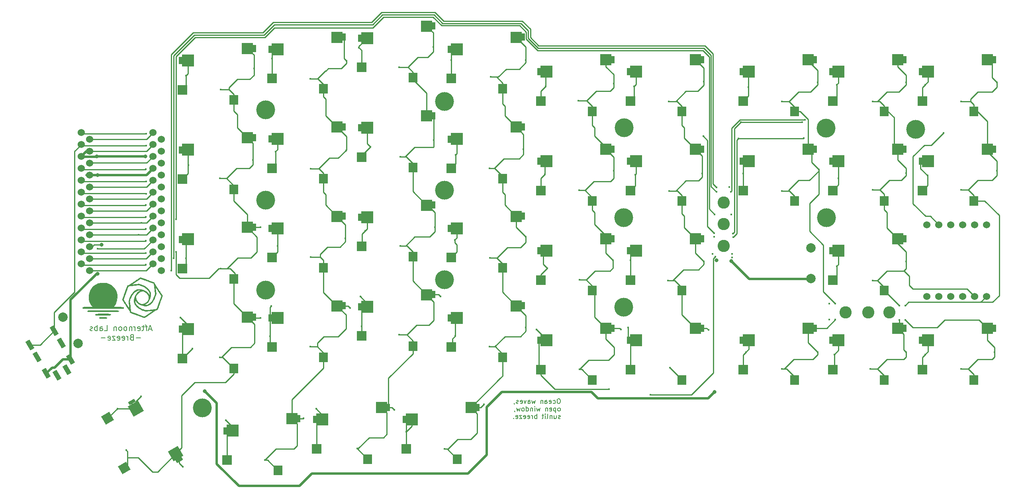
<source format=gbl>
G04 #@! TF.GenerationSoftware,KiCad,Pcbnew,7.0.10*
G04 #@! TF.CreationDate,2024-03-31T17:07:34-04:00*
G04 #@! TF.ProjectId,Breeze,42726565-7a65-42e6-9b69-6361645f7063,Rev1.2*
G04 #@! TF.SameCoordinates,Original*
G04 #@! TF.FileFunction,Copper,L2,Bot*
G04 #@! TF.FilePolarity,Positive*
%FSLAX46Y46*%
G04 Gerber Fmt 4.6, Leading zero omitted, Abs format (unit mm)*
G04 Created by KiCad (PCBNEW 7.0.10) date 2024-03-31 17:07:34*
%MOMM*%
%LPD*%
G01*
G04 APERTURE LIST*
G04 Aperture macros list*
%AMRotRect*
0 Rectangle, with rotation*
0 The origin of the aperture is its center*
0 $1 length*
0 $2 width*
0 $3 Rotation angle, in degrees counterclockwise*
0 Add horizontal line*
21,1,$1,$2,0,0,$3*%
G04 Aperture macros list end*
%ADD10C,0.150000*%
G04 #@! TA.AperFunction,NonConductor*
%ADD11C,0.150000*%
G04 #@! TD*
%ADD12C,0.200000*%
G04 #@! TA.AperFunction,NonConductor*
%ADD13C,0.200000*%
G04 #@! TD*
G04 #@! TA.AperFunction,EtchedComponent*
%ADD14C,0.010000*%
G04 #@! TD*
G04 #@! TA.AperFunction,ComponentPad*
%ADD15C,2.000000*%
G04 #@! TD*
G04 #@! TA.AperFunction,ComponentPad*
%ADD16RotRect,1.000000X2.100000X30.000000*%
G04 #@! TD*
G04 #@! TA.AperFunction,ComponentPad*
%ADD17C,1.524000*%
G04 #@! TD*
G04 #@! TA.AperFunction,SMDPad,CuDef*
%ADD18R,0.700000X1.500000*%
G04 #@! TD*
G04 #@! TA.AperFunction,SMDPad,CuDef*
%ADD19R,2.000000X2.000000*%
G04 #@! TD*
G04 #@! TA.AperFunction,SMDPad,CuDef*
%ADD20R,2.500000X2.500000*%
G04 #@! TD*
G04 #@! TA.AperFunction,SMDPad,CuDef*
%ADD21R,1.900000X2.000000*%
G04 #@! TD*
G04 #@! TA.AperFunction,SMDPad,CuDef*
%ADD22R,2.400000X2.400000*%
G04 #@! TD*
G04 #@! TA.AperFunction,SMDPad,CuDef*
%ADD23RotRect,0.700000X1.500000X300.000000*%
G04 #@! TD*
G04 #@! TA.AperFunction,SMDPad,CuDef*
%ADD24RotRect,2.000000X2.000000X120.000000*%
G04 #@! TD*
G04 #@! TA.AperFunction,SMDPad,CuDef*
%ADD25RotRect,2.500000X2.500000X120.000000*%
G04 #@! TD*
G04 #@! TA.AperFunction,SMDPad,CuDef*
%ADD26RotRect,1.900000X2.000000X120.000000*%
G04 #@! TD*
G04 #@! TA.AperFunction,SMDPad,CuDef*
%ADD27RotRect,2.400000X2.400000X120.000000*%
G04 #@! TD*
G04 #@! TA.AperFunction,ComponentPad*
%ADD28C,4.000000*%
G04 #@! TD*
G04 #@! TA.AperFunction,ComponentPad*
%ADD29C,2.600000*%
G04 #@! TD*
G04 #@! TA.AperFunction,ViaPad*
%ADD30C,0.800000*%
G04 #@! TD*
G04 #@! TA.AperFunction,ViaPad*
%ADD31C,0.400000*%
G04 #@! TD*
G04 #@! TA.AperFunction,Conductor*
%ADD32C,0.500000*%
G04 #@! TD*
G04 #@! TA.AperFunction,Conductor*
%ADD33C,0.250000*%
G04 #@! TD*
G04 APERTURE END LIST*
D10*
D11*
X218312744Y-177661819D02*
X218122268Y-177661819D01*
X218122268Y-177661819D02*
X218027030Y-177709438D01*
X218027030Y-177709438D02*
X217931792Y-177804676D01*
X217931792Y-177804676D02*
X217884173Y-177995152D01*
X217884173Y-177995152D02*
X217884173Y-178328485D01*
X217884173Y-178328485D02*
X217931792Y-178518961D01*
X217931792Y-178518961D02*
X218027030Y-178614200D01*
X218027030Y-178614200D02*
X218122268Y-178661819D01*
X218122268Y-178661819D02*
X218312744Y-178661819D01*
X218312744Y-178661819D02*
X218407982Y-178614200D01*
X218407982Y-178614200D02*
X218503220Y-178518961D01*
X218503220Y-178518961D02*
X218550839Y-178328485D01*
X218550839Y-178328485D02*
X218550839Y-177995152D01*
X218550839Y-177995152D02*
X218503220Y-177804676D01*
X218503220Y-177804676D02*
X218407982Y-177709438D01*
X218407982Y-177709438D02*
X218312744Y-177661819D01*
X217027030Y-178614200D02*
X217122268Y-178661819D01*
X217122268Y-178661819D02*
X217312744Y-178661819D01*
X217312744Y-178661819D02*
X217407982Y-178614200D01*
X217407982Y-178614200D02*
X217455601Y-178566580D01*
X217455601Y-178566580D02*
X217503220Y-178471342D01*
X217503220Y-178471342D02*
X217503220Y-178185628D01*
X217503220Y-178185628D02*
X217455601Y-178090390D01*
X217455601Y-178090390D02*
X217407982Y-178042771D01*
X217407982Y-178042771D02*
X217312744Y-177995152D01*
X217312744Y-177995152D02*
X217122268Y-177995152D01*
X217122268Y-177995152D02*
X217027030Y-178042771D01*
X216217506Y-178614200D02*
X216312744Y-178661819D01*
X216312744Y-178661819D02*
X216503220Y-178661819D01*
X216503220Y-178661819D02*
X216598458Y-178614200D01*
X216598458Y-178614200D02*
X216646077Y-178518961D01*
X216646077Y-178518961D02*
X216646077Y-178138009D01*
X216646077Y-178138009D02*
X216598458Y-178042771D01*
X216598458Y-178042771D02*
X216503220Y-177995152D01*
X216503220Y-177995152D02*
X216312744Y-177995152D01*
X216312744Y-177995152D02*
X216217506Y-178042771D01*
X216217506Y-178042771D02*
X216169887Y-178138009D01*
X216169887Y-178138009D02*
X216169887Y-178233247D01*
X216169887Y-178233247D02*
X216646077Y-178328485D01*
X215312744Y-178661819D02*
X215312744Y-178138009D01*
X215312744Y-178138009D02*
X215360363Y-178042771D01*
X215360363Y-178042771D02*
X215455601Y-177995152D01*
X215455601Y-177995152D02*
X215646077Y-177995152D01*
X215646077Y-177995152D02*
X215741315Y-178042771D01*
X215312744Y-178614200D02*
X215407982Y-178661819D01*
X215407982Y-178661819D02*
X215646077Y-178661819D01*
X215646077Y-178661819D02*
X215741315Y-178614200D01*
X215741315Y-178614200D02*
X215788934Y-178518961D01*
X215788934Y-178518961D02*
X215788934Y-178423723D01*
X215788934Y-178423723D02*
X215741315Y-178328485D01*
X215741315Y-178328485D02*
X215646077Y-178280866D01*
X215646077Y-178280866D02*
X215407982Y-178280866D01*
X215407982Y-178280866D02*
X215312744Y-178233247D01*
X214836553Y-177995152D02*
X214836553Y-178661819D01*
X214836553Y-178090390D02*
X214788934Y-178042771D01*
X214788934Y-178042771D02*
X214693696Y-177995152D01*
X214693696Y-177995152D02*
X214550839Y-177995152D01*
X214550839Y-177995152D02*
X214455601Y-178042771D01*
X214455601Y-178042771D02*
X214407982Y-178138009D01*
X214407982Y-178138009D02*
X214407982Y-178661819D01*
X213265124Y-177995152D02*
X213074648Y-178661819D01*
X213074648Y-178661819D02*
X212884172Y-178185628D01*
X212884172Y-178185628D02*
X212693696Y-178661819D01*
X212693696Y-178661819D02*
X212503220Y-177995152D01*
X211693696Y-178661819D02*
X211693696Y-178138009D01*
X211693696Y-178138009D02*
X211741315Y-178042771D01*
X211741315Y-178042771D02*
X211836553Y-177995152D01*
X211836553Y-177995152D02*
X212027029Y-177995152D01*
X212027029Y-177995152D02*
X212122267Y-178042771D01*
X211693696Y-178614200D02*
X211788934Y-178661819D01*
X211788934Y-178661819D02*
X212027029Y-178661819D01*
X212027029Y-178661819D02*
X212122267Y-178614200D01*
X212122267Y-178614200D02*
X212169886Y-178518961D01*
X212169886Y-178518961D02*
X212169886Y-178423723D01*
X212169886Y-178423723D02*
X212122267Y-178328485D01*
X212122267Y-178328485D02*
X212027029Y-178280866D01*
X212027029Y-178280866D02*
X211788934Y-178280866D01*
X211788934Y-178280866D02*
X211693696Y-178233247D01*
X211312743Y-177995152D02*
X211074648Y-178661819D01*
X211074648Y-178661819D02*
X210836553Y-177995152D01*
X210074648Y-178614200D02*
X210169886Y-178661819D01*
X210169886Y-178661819D02*
X210360362Y-178661819D01*
X210360362Y-178661819D02*
X210455600Y-178614200D01*
X210455600Y-178614200D02*
X210503219Y-178518961D01*
X210503219Y-178518961D02*
X210503219Y-178138009D01*
X210503219Y-178138009D02*
X210455600Y-178042771D01*
X210455600Y-178042771D02*
X210360362Y-177995152D01*
X210360362Y-177995152D02*
X210169886Y-177995152D01*
X210169886Y-177995152D02*
X210074648Y-178042771D01*
X210074648Y-178042771D02*
X210027029Y-178138009D01*
X210027029Y-178138009D02*
X210027029Y-178233247D01*
X210027029Y-178233247D02*
X210503219Y-178328485D01*
X209646076Y-178614200D02*
X209550838Y-178661819D01*
X209550838Y-178661819D02*
X209360362Y-178661819D01*
X209360362Y-178661819D02*
X209265124Y-178614200D01*
X209265124Y-178614200D02*
X209217505Y-178518961D01*
X209217505Y-178518961D02*
X209217505Y-178471342D01*
X209217505Y-178471342D02*
X209265124Y-178376104D01*
X209265124Y-178376104D02*
X209360362Y-178328485D01*
X209360362Y-178328485D02*
X209503219Y-178328485D01*
X209503219Y-178328485D02*
X209598457Y-178280866D01*
X209598457Y-178280866D02*
X209646076Y-178185628D01*
X209646076Y-178185628D02*
X209646076Y-178138009D01*
X209646076Y-178138009D02*
X209598457Y-178042771D01*
X209598457Y-178042771D02*
X209503219Y-177995152D01*
X209503219Y-177995152D02*
X209360362Y-177995152D01*
X209360362Y-177995152D02*
X209265124Y-178042771D01*
X208741314Y-178614200D02*
X208741314Y-178661819D01*
X208741314Y-178661819D02*
X208788933Y-178757057D01*
X208788933Y-178757057D02*
X208836552Y-178804676D01*
X218360363Y-180271819D02*
X218455601Y-180224200D01*
X218455601Y-180224200D02*
X218503220Y-180176580D01*
X218503220Y-180176580D02*
X218550839Y-180081342D01*
X218550839Y-180081342D02*
X218550839Y-179795628D01*
X218550839Y-179795628D02*
X218503220Y-179700390D01*
X218503220Y-179700390D02*
X218455601Y-179652771D01*
X218455601Y-179652771D02*
X218360363Y-179605152D01*
X218360363Y-179605152D02*
X218217506Y-179605152D01*
X218217506Y-179605152D02*
X218122268Y-179652771D01*
X218122268Y-179652771D02*
X218074649Y-179700390D01*
X218074649Y-179700390D02*
X218027030Y-179795628D01*
X218027030Y-179795628D02*
X218027030Y-180081342D01*
X218027030Y-180081342D02*
X218074649Y-180176580D01*
X218074649Y-180176580D02*
X218122268Y-180224200D01*
X218122268Y-180224200D02*
X218217506Y-180271819D01*
X218217506Y-180271819D02*
X218360363Y-180271819D01*
X217598458Y-179605152D02*
X217598458Y-180605152D01*
X217598458Y-179652771D02*
X217503220Y-179605152D01*
X217503220Y-179605152D02*
X217312744Y-179605152D01*
X217312744Y-179605152D02*
X217217506Y-179652771D01*
X217217506Y-179652771D02*
X217169887Y-179700390D01*
X217169887Y-179700390D02*
X217122268Y-179795628D01*
X217122268Y-179795628D02*
X217122268Y-180081342D01*
X217122268Y-180081342D02*
X217169887Y-180176580D01*
X217169887Y-180176580D02*
X217217506Y-180224200D01*
X217217506Y-180224200D02*
X217312744Y-180271819D01*
X217312744Y-180271819D02*
X217503220Y-180271819D01*
X217503220Y-180271819D02*
X217598458Y-180224200D01*
X216312744Y-180224200D02*
X216407982Y-180271819D01*
X216407982Y-180271819D02*
X216598458Y-180271819D01*
X216598458Y-180271819D02*
X216693696Y-180224200D01*
X216693696Y-180224200D02*
X216741315Y-180128961D01*
X216741315Y-180128961D02*
X216741315Y-179748009D01*
X216741315Y-179748009D02*
X216693696Y-179652771D01*
X216693696Y-179652771D02*
X216598458Y-179605152D01*
X216598458Y-179605152D02*
X216407982Y-179605152D01*
X216407982Y-179605152D02*
X216312744Y-179652771D01*
X216312744Y-179652771D02*
X216265125Y-179748009D01*
X216265125Y-179748009D02*
X216265125Y-179843247D01*
X216265125Y-179843247D02*
X216741315Y-179938485D01*
X215836553Y-179605152D02*
X215836553Y-180271819D01*
X215836553Y-179700390D02*
X215788934Y-179652771D01*
X215788934Y-179652771D02*
X215693696Y-179605152D01*
X215693696Y-179605152D02*
X215550839Y-179605152D01*
X215550839Y-179605152D02*
X215455601Y-179652771D01*
X215455601Y-179652771D02*
X215407982Y-179748009D01*
X215407982Y-179748009D02*
X215407982Y-180271819D01*
X214265124Y-179605152D02*
X214074648Y-180271819D01*
X214074648Y-180271819D02*
X213884172Y-179795628D01*
X213884172Y-179795628D02*
X213693696Y-180271819D01*
X213693696Y-180271819D02*
X213503220Y-179605152D01*
X213122267Y-180271819D02*
X213122267Y-179605152D01*
X213122267Y-179271819D02*
X213169886Y-179319438D01*
X213169886Y-179319438D02*
X213122267Y-179367057D01*
X213122267Y-179367057D02*
X213074648Y-179319438D01*
X213074648Y-179319438D02*
X213122267Y-179271819D01*
X213122267Y-179271819D02*
X213122267Y-179367057D01*
X212646077Y-179605152D02*
X212646077Y-180271819D01*
X212646077Y-179700390D02*
X212598458Y-179652771D01*
X212598458Y-179652771D02*
X212503220Y-179605152D01*
X212503220Y-179605152D02*
X212360363Y-179605152D01*
X212360363Y-179605152D02*
X212265125Y-179652771D01*
X212265125Y-179652771D02*
X212217506Y-179748009D01*
X212217506Y-179748009D02*
X212217506Y-180271819D01*
X211312744Y-180271819D02*
X211312744Y-179271819D01*
X211312744Y-180224200D02*
X211407982Y-180271819D01*
X211407982Y-180271819D02*
X211598458Y-180271819D01*
X211598458Y-180271819D02*
X211693696Y-180224200D01*
X211693696Y-180224200D02*
X211741315Y-180176580D01*
X211741315Y-180176580D02*
X211788934Y-180081342D01*
X211788934Y-180081342D02*
X211788934Y-179795628D01*
X211788934Y-179795628D02*
X211741315Y-179700390D01*
X211741315Y-179700390D02*
X211693696Y-179652771D01*
X211693696Y-179652771D02*
X211598458Y-179605152D01*
X211598458Y-179605152D02*
X211407982Y-179605152D01*
X211407982Y-179605152D02*
X211312744Y-179652771D01*
X210693696Y-180271819D02*
X210788934Y-180224200D01*
X210788934Y-180224200D02*
X210836553Y-180176580D01*
X210836553Y-180176580D02*
X210884172Y-180081342D01*
X210884172Y-180081342D02*
X210884172Y-179795628D01*
X210884172Y-179795628D02*
X210836553Y-179700390D01*
X210836553Y-179700390D02*
X210788934Y-179652771D01*
X210788934Y-179652771D02*
X210693696Y-179605152D01*
X210693696Y-179605152D02*
X210550839Y-179605152D01*
X210550839Y-179605152D02*
X210455601Y-179652771D01*
X210455601Y-179652771D02*
X210407982Y-179700390D01*
X210407982Y-179700390D02*
X210360363Y-179795628D01*
X210360363Y-179795628D02*
X210360363Y-180081342D01*
X210360363Y-180081342D02*
X210407982Y-180176580D01*
X210407982Y-180176580D02*
X210455601Y-180224200D01*
X210455601Y-180224200D02*
X210550839Y-180271819D01*
X210550839Y-180271819D02*
X210693696Y-180271819D01*
X210027029Y-179605152D02*
X209836553Y-180271819D01*
X209836553Y-180271819D02*
X209646077Y-179795628D01*
X209646077Y-179795628D02*
X209455601Y-180271819D01*
X209455601Y-180271819D02*
X209265125Y-179605152D01*
X208836553Y-180224200D02*
X208836553Y-180271819D01*
X208836553Y-180271819D02*
X208884172Y-180367057D01*
X208884172Y-180367057D02*
X208931791Y-180414676D01*
X218550839Y-181834200D02*
X218455601Y-181881819D01*
X218455601Y-181881819D02*
X218265125Y-181881819D01*
X218265125Y-181881819D02*
X218169887Y-181834200D01*
X218169887Y-181834200D02*
X218122268Y-181738961D01*
X218122268Y-181738961D02*
X218122268Y-181691342D01*
X218122268Y-181691342D02*
X218169887Y-181596104D01*
X218169887Y-181596104D02*
X218265125Y-181548485D01*
X218265125Y-181548485D02*
X218407982Y-181548485D01*
X218407982Y-181548485D02*
X218503220Y-181500866D01*
X218503220Y-181500866D02*
X218550839Y-181405628D01*
X218550839Y-181405628D02*
X218550839Y-181358009D01*
X218550839Y-181358009D02*
X218503220Y-181262771D01*
X218503220Y-181262771D02*
X218407982Y-181215152D01*
X218407982Y-181215152D02*
X218265125Y-181215152D01*
X218265125Y-181215152D02*
X218169887Y-181262771D01*
X217265125Y-181215152D02*
X217265125Y-181881819D01*
X217693696Y-181215152D02*
X217693696Y-181738961D01*
X217693696Y-181738961D02*
X217646077Y-181834200D01*
X217646077Y-181834200D02*
X217550839Y-181881819D01*
X217550839Y-181881819D02*
X217407982Y-181881819D01*
X217407982Y-181881819D02*
X217312744Y-181834200D01*
X217312744Y-181834200D02*
X217265125Y-181786580D01*
X216788934Y-181215152D02*
X216788934Y-181881819D01*
X216788934Y-181310390D02*
X216741315Y-181262771D01*
X216741315Y-181262771D02*
X216646077Y-181215152D01*
X216646077Y-181215152D02*
X216503220Y-181215152D01*
X216503220Y-181215152D02*
X216407982Y-181262771D01*
X216407982Y-181262771D02*
X216360363Y-181358009D01*
X216360363Y-181358009D02*
X216360363Y-181881819D01*
X215741315Y-181881819D02*
X215836553Y-181834200D01*
X215836553Y-181834200D02*
X215884172Y-181738961D01*
X215884172Y-181738961D02*
X215884172Y-180881819D01*
X215360362Y-181881819D02*
X215360362Y-181215152D01*
X215360362Y-180881819D02*
X215407981Y-180929438D01*
X215407981Y-180929438D02*
X215360362Y-180977057D01*
X215360362Y-180977057D02*
X215312743Y-180929438D01*
X215312743Y-180929438D02*
X215360362Y-180881819D01*
X215360362Y-180881819D02*
X215360362Y-180977057D01*
X215027029Y-181215152D02*
X214646077Y-181215152D01*
X214884172Y-180881819D02*
X214884172Y-181738961D01*
X214884172Y-181738961D02*
X214836553Y-181834200D01*
X214836553Y-181834200D02*
X214741315Y-181881819D01*
X214741315Y-181881819D02*
X214646077Y-181881819D01*
X213550838Y-181881819D02*
X213550838Y-180881819D01*
X213550838Y-181262771D02*
X213455600Y-181215152D01*
X213455600Y-181215152D02*
X213265124Y-181215152D01*
X213265124Y-181215152D02*
X213169886Y-181262771D01*
X213169886Y-181262771D02*
X213122267Y-181310390D01*
X213122267Y-181310390D02*
X213074648Y-181405628D01*
X213074648Y-181405628D02*
X213074648Y-181691342D01*
X213074648Y-181691342D02*
X213122267Y-181786580D01*
X213122267Y-181786580D02*
X213169886Y-181834200D01*
X213169886Y-181834200D02*
X213265124Y-181881819D01*
X213265124Y-181881819D02*
X213455600Y-181881819D01*
X213455600Y-181881819D02*
X213550838Y-181834200D01*
X212646076Y-181881819D02*
X212646076Y-181215152D01*
X212646076Y-181405628D02*
X212598457Y-181310390D01*
X212598457Y-181310390D02*
X212550838Y-181262771D01*
X212550838Y-181262771D02*
X212455600Y-181215152D01*
X212455600Y-181215152D02*
X212360362Y-181215152D01*
X211646076Y-181834200D02*
X211741314Y-181881819D01*
X211741314Y-181881819D02*
X211931790Y-181881819D01*
X211931790Y-181881819D02*
X212027028Y-181834200D01*
X212027028Y-181834200D02*
X212074647Y-181738961D01*
X212074647Y-181738961D02*
X212074647Y-181358009D01*
X212074647Y-181358009D02*
X212027028Y-181262771D01*
X212027028Y-181262771D02*
X211931790Y-181215152D01*
X211931790Y-181215152D02*
X211741314Y-181215152D01*
X211741314Y-181215152D02*
X211646076Y-181262771D01*
X211646076Y-181262771D02*
X211598457Y-181358009D01*
X211598457Y-181358009D02*
X211598457Y-181453247D01*
X211598457Y-181453247D02*
X212074647Y-181548485D01*
X210788933Y-181834200D02*
X210884171Y-181881819D01*
X210884171Y-181881819D02*
X211074647Y-181881819D01*
X211074647Y-181881819D02*
X211169885Y-181834200D01*
X211169885Y-181834200D02*
X211217504Y-181738961D01*
X211217504Y-181738961D02*
X211217504Y-181358009D01*
X211217504Y-181358009D02*
X211169885Y-181262771D01*
X211169885Y-181262771D02*
X211074647Y-181215152D01*
X211074647Y-181215152D02*
X210884171Y-181215152D01*
X210884171Y-181215152D02*
X210788933Y-181262771D01*
X210788933Y-181262771D02*
X210741314Y-181358009D01*
X210741314Y-181358009D02*
X210741314Y-181453247D01*
X210741314Y-181453247D02*
X211217504Y-181548485D01*
X210407980Y-181215152D02*
X209884171Y-181215152D01*
X209884171Y-181215152D02*
X210407980Y-181881819D01*
X210407980Y-181881819D02*
X209884171Y-181881819D01*
X209122266Y-181834200D02*
X209217504Y-181881819D01*
X209217504Y-181881819D02*
X209407980Y-181881819D01*
X209407980Y-181881819D02*
X209503218Y-181834200D01*
X209503218Y-181834200D02*
X209550837Y-181738961D01*
X209550837Y-181738961D02*
X209550837Y-181358009D01*
X209550837Y-181358009D02*
X209503218Y-181262771D01*
X209503218Y-181262771D02*
X209407980Y-181215152D01*
X209407980Y-181215152D02*
X209217504Y-181215152D01*
X209217504Y-181215152D02*
X209122266Y-181262771D01*
X209122266Y-181262771D02*
X209074647Y-181358009D01*
X209074647Y-181358009D02*
X209074647Y-181453247D01*
X209074647Y-181453247D02*
X209550837Y-181548485D01*
X208646075Y-181786580D02*
X208598456Y-181834200D01*
X208598456Y-181834200D02*
X208646075Y-181881819D01*
X208646075Y-181881819D02*
X208693694Y-181834200D01*
X208693694Y-181834200D02*
X208646075Y-181786580D01*
X208646075Y-181786580D02*
X208646075Y-181881819D01*
D12*
D13*
X131673855Y-162810885D02*
X131102427Y-162810885D01*
X131788141Y-163153742D02*
X131388141Y-161953742D01*
X131388141Y-161953742D02*
X130988141Y-163153742D01*
X130759570Y-162353742D02*
X130302427Y-162353742D01*
X130588141Y-163153742D02*
X130588141Y-162125171D01*
X130588141Y-162125171D02*
X130530998Y-162010885D01*
X130530998Y-162010885D02*
X130416713Y-161953742D01*
X130416713Y-161953742D02*
X130302427Y-161953742D01*
X130073856Y-162353742D02*
X129616713Y-162353742D01*
X129902427Y-161953742D02*
X129902427Y-162982314D01*
X129902427Y-162982314D02*
X129845284Y-163096600D01*
X129845284Y-163096600D02*
X129730999Y-163153742D01*
X129730999Y-163153742D02*
X129616713Y-163153742D01*
X128759570Y-163096600D02*
X128873856Y-163153742D01*
X128873856Y-163153742D02*
X129102428Y-163153742D01*
X129102428Y-163153742D02*
X129216713Y-163096600D01*
X129216713Y-163096600D02*
X129273856Y-162982314D01*
X129273856Y-162982314D02*
X129273856Y-162525171D01*
X129273856Y-162525171D02*
X129216713Y-162410885D01*
X129216713Y-162410885D02*
X129102428Y-162353742D01*
X129102428Y-162353742D02*
X128873856Y-162353742D01*
X128873856Y-162353742D02*
X128759570Y-162410885D01*
X128759570Y-162410885D02*
X128702428Y-162525171D01*
X128702428Y-162525171D02*
X128702428Y-162639457D01*
X128702428Y-162639457D02*
X129273856Y-162753742D01*
X128188142Y-163153742D02*
X128188142Y-162353742D01*
X128188142Y-162582314D02*
X128130999Y-162468028D01*
X128130999Y-162468028D02*
X128073857Y-162410885D01*
X128073857Y-162410885D02*
X127959571Y-162353742D01*
X127959571Y-162353742D02*
X127845285Y-162353742D01*
X127445285Y-162353742D02*
X127445285Y-163153742D01*
X127445285Y-162468028D02*
X127388142Y-162410885D01*
X127388142Y-162410885D02*
X127273857Y-162353742D01*
X127273857Y-162353742D02*
X127102428Y-162353742D01*
X127102428Y-162353742D02*
X126988142Y-162410885D01*
X126988142Y-162410885D02*
X126931000Y-162525171D01*
X126931000Y-162525171D02*
X126931000Y-163153742D01*
X126188143Y-163153742D02*
X126302428Y-163096600D01*
X126302428Y-163096600D02*
X126359571Y-163039457D01*
X126359571Y-163039457D02*
X126416714Y-162925171D01*
X126416714Y-162925171D02*
X126416714Y-162582314D01*
X126416714Y-162582314D02*
X126359571Y-162468028D01*
X126359571Y-162468028D02*
X126302428Y-162410885D01*
X126302428Y-162410885D02*
X126188143Y-162353742D01*
X126188143Y-162353742D02*
X126016714Y-162353742D01*
X126016714Y-162353742D02*
X125902428Y-162410885D01*
X125902428Y-162410885D02*
X125845286Y-162468028D01*
X125845286Y-162468028D02*
X125788143Y-162582314D01*
X125788143Y-162582314D02*
X125788143Y-162925171D01*
X125788143Y-162925171D02*
X125845286Y-163039457D01*
X125845286Y-163039457D02*
X125902428Y-163096600D01*
X125902428Y-163096600D02*
X126016714Y-163153742D01*
X126016714Y-163153742D02*
X126188143Y-163153742D01*
X125102429Y-163153742D02*
X125216714Y-163096600D01*
X125216714Y-163096600D02*
X125273857Y-163039457D01*
X125273857Y-163039457D02*
X125331000Y-162925171D01*
X125331000Y-162925171D02*
X125331000Y-162582314D01*
X125331000Y-162582314D02*
X125273857Y-162468028D01*
X125273857Y-162468028D02*
X125216714Y-162410885D01*
X125216714Y-162410885D02*
X125102429Y-162353742D01*
X125102429Y-162353742D02*
X124931000Y-162353742D01*
X124931000Y-162353742D02*
X124816714Y-162410885D01*
X124816714Y-162410885D02*
X124759572Y-162468028D01*
X124759572Y-162468028D02*
X124702429Y-162582314D01*
X124702429Y-162582314D02*
X124702429Y-162925171D01*
X124702429Y-162925171D02*
X124759572Y-163039457D01*
X124759572Y-163039457D02*
X124816714Y-163096600D01*
X124816714Y-163096600D02*
X124931000Y-163153742D01*
X124931000Y-163153742D02*
X125102429Y-163153742D01*
X124188143Y-162353742D02*
X124188143Y-163153742D01*
X124188143Y-162468028D02*
X124131000Y-162410885D01*
X124131000Y-162410885D02*
X124016715Y-162353742D01*
X124016715Y-162353742D02*
X123845286Y-162353742D01*
X123845286Y-162353742D02*
X123731000Y-162410885D01*
X123731000Y-162410885D02*
X123673858Y-162525171D01*
X123673858Y-162525171D02*
X123673858Y-163153742D01*
X121616715Y-163153742D02*
X122188143Y-163153742D01*
X122188143Y-163153742D02*
X122188143Y-161953742D01*
X120702429Y-163153742D02*
X120702429Y-162525171D01*
X120702429Y-162525171D02*
X120759571Y-162410885D01*
X120759571Y-162410885D02*
X120873857Y-162353742D01*
X120873857Y-162353742D02*
X121102429Y-162353742D01*
X121102429Y-162353742D02*
X121216714Y-162410885D01*
X120702429Y-163096600D02*
X120816714Y-163153742D01*
X120816714Y-163153742D02*
X121102429Y-163153742D01*
X121102429Y-163153742D02*
X121216714Y-163096600D01*
X121216714Y-163096600D02*
X121273857Y-162982314D01*
X121273857Y-162982314D02*
X121273857Y-162868028D01*
X121273857Y-162868028D02*
X121216714Y-162753742D01*
X121216714Y-162753742D02*
X121102429Y-162696600D01*
X121102429Y-162696600D02*
X120816714Y-162696600D01*
X120816714Y-162696600D02*
X120702429Y-162639457D01*
X120131000Y-163153742D02*
X120131000Y-161953742D01*
X120131000Y-162410885D02*
X120016715Y-162353742D01*
X120016715Y-162353742D02*
X119788143Y-162353742D01*
X119788143Y-162353742D02*
X119673857Y-162410885D01*
X119673857Y-162410885D02*
X119616715Y-162468028D01*
X119616715Y-162468028D02*
X119559572Y-162582314D01*
X119559572Y-162582314D02*
X119559572Y-162925171D01*
X119559572Y-162925171D02*
X119616715Y-163039457D01*
X119616715Y-163039457D02*
X119673857Y-163096600D01*
X119673857Y-163096600D02*
X119788143Y-163153742D01*
X119788143Y-163153742D02*
X120016715Y-163153742D01*
X120016715Y-163153742D02*
X120131000Y-163096600D01*
X119102429Y-163096600D02*
X118988143Y-163153742D01*
X118988143Y-163153742D02*
X118759572Y-163153742D01*
X118759572Y-163153742D02*
X118645286Y-163096600D01*
X118645286Y-163096600D02*
X118588143Y-162982314D01*
X118588143Y-162982314D02*
X118588143Y-162925171D01*
X118588143Y-162925171D02*
X118645286Y-162810885D01*
X118645286Y-162810885D02*
X118759572Y-162753742D01*
X118759572Y-162753742D02*
X118931001Y-162753742D01*
X118931001Y-162753742D02*
X119045286Y-162696600D01*
X119045286Y-162696600D02*
X119102429Y-162582314D01*
X119102429Y-162582314D02*
X119102429Y-162525171D01*
X119102429Y-162525171D02*
X119045286Y-162410885D01*
X119045286Y-162410885D02*
X118931001Y-162353742D01*
X118931001Y-162353742D02*
X118759572Y-162353742D01*
X118759572Y-162353742D02*
X118645286Y-162410885D01*
D12*
D13*
X129330998Y-164728600D02*
X128416713Y-164728600D01*
X127445284Y-164557171D02*
X127273856Y-164614314D01*
X127273856Y-164614314D02*
X127216713Y-164671457D01*
X127216713Y-164671457D02*
X127159570Y-164785742D01*
X127159570Y-164785742D02*
X127159570Y-164957171D01*
X127159570Y-164957171D02*
X127216713Y-165071457D01*
X127216713Y-165071457D02*
X127273856Y-165128600D01*
X127273856Y-165128600D02*
X127388141Y-165185742D01*
X127388141Y-165185742D02*
X127845284Y-165185742D01*
X127845284Y-165185742D02*
X127845284Y-163985742D01*
X127845284Y-163985742D02*
X127445284Y-163985742D01*
X127445284Y-163985742D02*
X127330999Y-164042885D01*
X127330999Y-164042885D02*
X127273856Y-164100028D01*
X127273856Y-164100028D02*
X127216713Y-164214314D01*
X127216713Y-164214314D02*
X127216713Y-164328600D01*
X127216713Y-164328600D02*
X127273856Y-164442885D01*
X127273856Y-164442885D02*
X127330999Y-164500028D01*
X127330999Y-164500028D02*
X127445284Y-164557171D01*
X127445284Y-164557171D02*
X127845284Y-164557171D01*
X126645284Y-165185742D02*
X126645284Y-164385742D01*
X126645284Y-164614314D02*
X126588141Y-164500028D01*
X126588141Y-164500028D02*
X126530999Y-164442885D01*
X126530999Y-164442885D02*
X126416713Y-164385742D01*
X126416713Y-164385742D02*
X126302427Y-164385742D01*
X125445284Y-165128600D02*
X125559570Y-165185742D01*
X125559570Y-165185742D02*
X125788142Y-165185742D01*
X125788142Y-165185742D02*
X125902427Y-165128600D01*
X125902427Y-165128600D02*
X125959570Y-165014314D01*
X125959570Y-165014314D02*
X125959570Y-164557171D01*
X125959570Y-164557171D02*
X125902427Y-164442885D01*
X125902427Y-164442885D02*
X125788142Y-164385742D01*
X125788142Y-164385742D02*
X125559570Y-164385742D01*
X125559570Y-164385742D02*
X125445284Y-164442885D01*
X125445284Y-164442885D02*
X125388142Y-164557171D01*
X125388142Y-164557171D02*
X125388142Y-164671457D01*
X125388142Y-164671457D02*
X125959570Y-164785742D01*
X124416713Y-165128600D02*
X124530999Y-165185742D01*
X124530999Y-165185742D02*
X124759571Y-165185742D01*
X124759571Y-165185742D02*
X124873856Y-165128600D01*
X124873856Y-165128600D02*
X124930999Y-165014314D01*
X124930999Y-165014314D02*
X124930999Y-164557171D01*
X124930999Y-164557171D02*
X124873856Y-164442885D01*
X124873856Y-164442885D02*
X124759571Y-164385742D01*
X124759571Y-164385742D02*
X124530999Y-164385742D01*
X124530999Y-164385742D02*
X124416713Y-164442885D01*
X124416713Y-164442885D02*
X124359571Y-164557171D01*
X124359571Y-164557171D02*
X124359571Y-164671457D01*
X124359571Y-164671457D02*
X124930999Y-164785742D01*
X123959571Y-164385742D02*
X123331000Y-164385742D01*
X123331000Y-164385742D02*
X123959571Y-165185742D01*
X123959571Y-165185742D02*
X123331000Y-165185742D01*
X122416713Y-165128600D02*
X122530999Y-165185742D01*
X122530999Y-165185742D02*
X122759571Y-165185742D01*
X122759571Y-165185742D02*
X122873856Y-165128600D01*
X122873856Y-165128600D02*
X122930999Y-165014314D01*
X122930999Y-165014314D02*
X122930999Y-164557171D01*
X122930999Y-164557171D02*
X122873856Y-164442885D01*
X122873856Y-164442885D02*
X122759571Y-164385742D01*
X122759571Y-164385742D02*
X122530999Y-164385742D01*
X122530999Y-164385742D02*
X122416713Y-164442885D01*
X122416713Y-164442885D02*
X122359571Y-164557171D01*
X122359571Y-164557171D02*
X122359571Y-164671457D01*
X122359571Y-164671457D02*
X122930999Y-164785742D01*
X121845285Y-164728600D02*
X120931000Y-164728600D01*
D14*
X121376603Y-160255861D02*
X121732147Y-160273480D01*
X121951415Y-160301155D01*
X122067451Y-160346618D01*
X122113296Y-160417600D01*
X122115772Y-160428834D01*
X122112482Y-160499373D01*
X122049600Y-160543325D01*
X121896829Y-160566796D01*
X121623872Y-160575896D01*
X121380872Y-160577000D01*
X120997438Y-160566956D01*
X120718246Y-160539000D01*
X120572359Y-160496392D01*
X120560774Y-160484956D01*
X120541375Y-160368440D01*
X120659802Y-160292983D01*
X120925285Y-160255993D01*
X121347060Y-160254877D01*
X121376603Y-160255861D01*
G04 #@! TA.AperFunction,EtchedComponent*
G36*
X121376603Y-160255861D02*
G01*
X121732147Y-160273480D01*
X121951415Y-160301155D01*
X122067451Y-160346618D01*
X122113296Y-160417600D01*
X122115772Y-160428834D01*
X122112482Y-160499373D01*
X122049600Y-160543325D01*
X121896829Y-160566796D01*
X121623872Y-160575896D01*
X121380872Y-160577000D01*
X120997438Y-160566956D01*
X120718246Y-160539000D01*
X120572359Y-160496392D01*
X120560774Y-160484956D01*
X120541375Y-160368440D01*
X120659802Y-160292983D01*
X120925285Y-160255993D01*
X121347060Y-160254877D01*
X121376603Y-160255861D01*
G37*
G04 #@! TD.AperFunction*
X121940940Y-159562036D02*
X122353402Y-159566500D01*
X122639977Y-159576428D01*
X122822387Y-159593854D01*
X122922351Y-159620813D01*
X122961591Y-159659341D01*
X122962281Y-159709167D01*
X122938338Y-159761574D01*
X122874396Y-159800776D01*
X122747808Y-159829184D01*
X122535930Y-159849207D01*
X122216114Y-159863255D01*
X121765716Y-159873737D01*
X121353544Y-159880346D01*
X120737037Y-159884613D01*
X120257448Y-159877798D01*
X119924111Y-159860263D01*
X119746363Y-159832372D01*
X119719807Y-159816846D01*
X119688076Y-159731893D01*
X119723521Y-159667602D01*
X119843760Y-159621260D01*
X120066410Y-159590152D01*
X120409089Y-159571565D01*
X120889414Y-159562786D01*
X121380872Y-159561000D01*
X121940940Y-159562036D01*
G04 #@! TA.AperFunction,EtchedComponent*
G36*
X121940940Y-159562036D02*
G01*
X122353402Y-159566500D01*
X122639977Y-159576428D01*
X122822387Y-159593854D01*
X122922351Y-159620813D01*
X122961591Y-159659341D01*
X122962281Y-159709167D01*
X122938338Y-159761574D01*
X122874396Y-159800776D01*
X122747808Y-159829184D01*
X122535930Y-159849207D01*
X122216114Y-159863255D01*
X121765716Y-159873737D01*
X121353544Y-159880346D01*
X120737037Y-159884613D01*
X120257448Y-159877798D01*
X119924111Y-159860263D01*
X119746363Y-159832372D01*
X119719807Y-159816846D01*
X119688076Y-159731893D01*
X119723521Y-159667602D01*
X119843760Y-159621260D01*
X120066410Y-159590152D01*
X120409089Y-159571565D01*
X120889414Y-159562786D01*
X121380872Y-159561000D01*
X121940940Y-159562036D01*
G37*
G04 #@! TD.AperFunction*
X120763610Y-158813539D02*
X121481889Y-158817642D01*
X121495528Y-158817744D01*
X122308483Y-158824333D01*
X122968180Y-158831200D01*
X123490693Y-158839219D01*
X123892095Y-158849262D01*
X124188460Y-158862204D01*
X124395863Y-158878919D01*
X124530377Y-158900280D01*
X124608076Y-158927160D01*
X124645033Y-158960434D01*
X124655569Y-158989500D01*
X124654263Y-159026742D01*
X124624423Y-159057182D01*
X124550761Y-159081502D01*
X124417989Y-159100384D01*
X124210821Y-159114509D01*
X123913970Y-159124560D01*
X123512146Y-159131218D01*
X122990064Y-159135165D01*
X122332436Y-159137083D01*
X121523974Y-159137654D01*
X121333542Y-159137667D01*
X120482044Y-159136996D01*
X119785033Y-159134614D01*
X119227665Y-159129964D01*
X118795096Y-159122492D01*
X118472483Y-159111642D01*
X118244984Y-159096858D01*
X118097755Y-159077586D01*
X118015952Y-159053268D01*
X117984732Y-159023351D01*
X117983000Y-159012280D01*
X118054764Y-158896941D01*
X118173500Y-158840524D01*
X118299584Y-158830575D01*
X118574812Y-158822622D01*
X118979007Y-158816803D01*
X119491991Y-158813258D01*
X120093584Y-158812123D01*
X120763610Y-158813539D01*
G04 #@! TA.AperFunction,EtchedComponent*
G36*
X120763610Y-158813539D02*
G01*
X121481889Y-158817642D01*
X121495528Y-158817744D01*
X122308483Y-158824333D01*
X122968180Y-158831200D01*
X123490693Y-158839219D01*
X123892095Y-158849262D01*
X124188460Y-158862204D01*
X124395863Y-158878919D01*
X124530377Y-158900280D01*
X124608076Y-158927160D01*
X124645033Y-158960434D01*
X124655569Y-158989500D01*
X124654263Y-159026742D01*
X124624423Y-159057182D01*
X124550761Y-159081502D01*
X124417989Y-159100384D01*
X124210821Y-159114509D01*
X123913970Y-159124560D01*
X123512146Y-159131218D01*
X122990064Y-159135165D01*
X122332436Y-159137083D01*
X121523974Y-159137654D01*
X121333542Y-159137667D01*
X120482044Y-159136996D01*
X119785033Y-159134614D01*
X119227665Y-159129964D01*
X118795096Y-159122492D01*
X118472483Y-159111642D01*
X118244984Y-159096858D01*
X118097755Y-159077586D01*
X118015952Y-159053268D01*
X117984732Y-159023351D01*
X117983000Y-159012280D01*
X118054764Y-158896941D01*
X118173500Y-158840524D01*
X118299584Y-158830575D01*
X118574812Y-158822622D01*
X118979007Y-158816803D01*
X119491991Y-158813258D01*
X120093584Y-158812123D01*
X120763610Y-158813539D01*
G37*
G04 #@! TD.AperFunction*
X121737940Y-153004442D02*
X122032663Y-153026064D01*
X122264807Y-153073710D01*
X122487674Y-153156870D01*
X122655761Y-153235912D01*
X123147383Y-153553137D01*
X123599477Y-153984240D01*
X123966243Y-154479252D01*
X124165846Y-154883450D01*
X124311258Y-155460846D01*
X124342715Y-156078964D01*
X124266269Y-156692920D01*
X124087967Y-157257832D01*
X123813859Y-157728815D01*
X123776090Y-157775376D01*
X123642846Y-157946103D01*
X123573713Y-158058853D01*
X123571000Y-158070389D01*
X123650296Y-158089892D01*
X123866719Y-158105982D01*
X124188072Y-158117087D01*
X124582161Y-158121633D01*
X124620275Y-158121667D01*
X125081174Y-158125824D01*
X125397257Y-158140056D01*
X125592880Y-158167005D01*
X125692396Y-158209310D01*
X125715108Y-158240389D01*
X125727456Y-158376005D01*
X125710055Y-158409723D01*
X125618023Y-158419517D01*
X125372724Y-158428686D01*
X124990228Y-158437047D01*
X124486601Y-158444413D01*
X123877911Y-158450600D01*
X123180225Y-158455423D01*
X122409611Y-158458697D01*
X121582135Y-158460237D01*
X121313222Y-158460334D01*
X120344839Y-158460201D01*
X119532147Y-158459449D01*
X118861505Y-158457546D01*
X118319271Y-158453961D01*
X117891805Y-158448161D01*
X117565463Y-158439616D01*
X117326604Y-158427795D01*
X117161587Y-158412165D01*
X117056771Y-158392194D01*
X116998512Y-158367353D01*
X116973170Y-158337109D01*
X116967104Y-158300930D01*
X116967000Y-158291000D01*
X116976340Y-158221856D01*
X117022352Y-158174621D01*
X117132031Y-158145139D01*
X117332367Y-158129257D01*
X117650352Y-158122820D01*
X118067108Y-158121667D01*
X119167215Y-158121667D01*
X118872216Y-157735197D01*
X118672343Y-157416916D01*
X118498993Y-157046524D01*
X118439372Y-156874558D01*
X118349374Y-156366603D01*
X118340023Y-155795651D01*
X118407311Y-155232398D01*
X118547228Y-154747542D01*
X118561959Y-154713076D01*
X118832847Y-154256142D01*
X119217699Y-153813301D01*
X119665517Y-153436873D01*
X120004299Y-153233381D01*
X120248401Y-153122638D01*
X120468217Y-153053300D01*
X120716877Y-153015969D01*
X121047513Y-153001248D01*
X121327334Y-152999351D01*
X121737940Y-153004442D01*
G04 #@! TA.AperFunction,EtchedComponent*
G36*
X121737940Y-153004442D02*
G01*
X122032663Y-153026064D01*
X122264807Y-153073710D01*
X122487674Y-153156870D01*
X122655761Y-153235912D01*
X123147383Y-153553137D01*
X123599477Y-153984240D01*
X123966243Y-154479252D01*
X124165846Y-154883450D01*
X124311258Y-155460846D01*
X124342715Y-156078964D01*
X124266269Y-156692920D01*
X124087967Y-157257832D01*
X123813859Y-157728815D01*
X123776090Y-157775376D01*
X123642846Y-157946103D01*
X123573713Y-158058853D01*
X123571000Y-158070389D01*
X123650296Y-158089892D01*
X123866719Y-158105982D01*
X124188072Y-158117087D01*
X124582161Y-158121633D01*
X124620275Y-158121667D01*
X125081174Y-158125824D01*
X125397257Y-158140056D01*
X125592880Y-158167005D01*
X125692396Y-158209310D01*
X125715108Y-158240389D01*
X125727456Y-158376005D01*
X125710055Y-158409723D01*
X125618023Y-158419517D01*
X125372724Y-158428686D01*
X124990228Y-158437047D01*
X124486601Y-158444413D01*
X123877911Y-158450600D01*
X123180225Y-158455423D01*
X122409611Y-158458697D01*
X121582135Y-158460237D01*
X121313222Y-158460334D01*
X120344839Y-158460201D01*
X119532147Y-158459449D01*
X118861505Y-158457546D01*
X118319271Y-158453961D01*
X117891805Y-158448161D01*
X117565463Y-158439616D01*
X117326604Y-158427795D01*
X117161587Y-158412165D01*
X117056771Y-158392194D01*
X116998512Y-158367353D01*
X116973170Y-158337109D01*
X116967104Y-158300930D01*
X116967000Y-158291000D01*
X116976340Y-158221856D01*
X117022352Y-158174621D01*
X117132031Y-158145139D01*
X117332367Y-158129257D01*
X117650352Y-158122820D01*
X118067108Y-158121667D01*
X119167215Y-158121667D01*
X118872216Y-157735197D01*
X118672343Y-157416916D01*
X118498993Y-157046524D01*
X118439372Y-156874558D01*
X118349374Y-156366603D01*
X118340023Y-155795651D01*
X118407311Y-155232398D01*
X118547228Y-154747542D01*
X118561959Y-154713076D01*
X118832847Y-154256142D01*
X119217699Y-153813301D01*
X119665517Y-153436873D01*
X120004299Y-153233381D01*
X120248401Y-153122638D01*
X120468217Y-153053300D01*
X120716877Y-153015969D01*
X121047513Y-153001248D01*
X121327334Y-152999351D01*
X121737940Y-153004442D01*
G37*
G04 #@! TD.AperFunction*
G04 #@! TA.AperFunction,EtchedComponent*
G36*
X134048661Y-155773743D02*
G01*
X134043263Y-155792394D01*
X134036041Y-155815638D01*
X134026764Y-155844130D01*
X134015204Y-155878520D01*
X134001130Y-155919461D01*
X133984315Y-155967606D01*
X133964528Y-156023608D01*
X133941541Y-156088117D01*
X133915124Y-156161788D01*
X133885048Y-156245273D01*
X133851083Y-156339223D01*
X133813001Y-156444292D01*
X133770572Y-156561131D01*
X133723567Y-156690394D01*
X133671756Y-156832732D01*
X133614911Y-156988798D01*
X133552802Y-157159244D01*
X133512157Y-157270728D01*
X133460563Y-157412119D01*
X133410496Y-157549188D01*
X133362237Y-157681168D01*
X133316067Y-157807294D01*
X133272270Y-157926800D01*
X133231126Y-158038921D01*
X133192917Y-158142892D01*
X133157924Y-158237946D01*
X133126430Y-158323318D01*
X133098715Y-158398242D01*
X133075063Y-158461953D01*
X133055753Y-158513685D01*
X133041068Y-158552672D01*
X133031290Y-158578149D01*
X133026700Y-158589351D01*
X132998150Y-158637211D01*
X132947933Y-158697884D01*
X132886082Y-158753225D01*
X132815014Y-158801415D01*
X132737145Y-158840638D01*
X132654890Y-158869075D01*
X132582878Y-158888393D01*
X132466698Y-158965766D01*
X131402507Y-159674490D01*
X131346462Y-159711811D01*
X131223349Y-159793759D01*
X131104010Y-159873154D01*
X130989125Y-159949542D01*
X130879378Y-160022472D01*
X130775448Y-160091493D01*
X130678019Y-160156153D01*
X130587771Y-160215999D01*
X130505387Y-160270581D01*
X130431548Y-160319447D01*
X130366935Y-160362144D01*
X130312231Y-160398222D01*
X130268116Y-160427228D01*
X130235274Y-160448710D01*
X130214384Y-160462218D01*
X130206130Y-160467298D01*
X130199235Y-160470114D01*
X130191779Y-160472643D01*
X130183606Y-160474388D01*
X130173963Y-160475101D01*
X130162095Y-160474535D01*
X130147249Y-160472444D01*
X130128670Y-160468581D01*
X130105606Y-160462699D01*
X130077303Y-160454551D01*
X130043006Y-160443891D01*
X130001961Y-160430470D01*
X129953415Y-160414044D01*
X129896615Y-160394363D01*
X129830805Y-160371183D01*
X129755233Y-160344256D01*
X129669145Y-160313334D01*
X129571786Y-160278172D01*
X129462403Y-160238522D01*
X129340242Y-160194138D01*
X129204549Y-160144772D01*
X129054571Y-160090177D01*
X128962793Y-160056769D01*
X128776145Y-159988846D01*
X128603679Y-159926100D01*
X128444817Y-159868305D01*
X128298982Y-159815238D01*
X128165594Y-159766673D01*
X128044077Y-159722387D01*
X127933851Y-159682155D01*
X127834340Y-159645752D01*
X127744966Y-159612955D01*
X127665150Y-159583539D01*
X127594314Y-159557278D01*
X127531881Y-159533950D01*
X127477273Y-159513329D01*
X127429911Y-159495191D01*
X127389218Y-159479312D01*
X127354617Y-159465467D01*
X127325528Y-159453431D01*
X127301374Y-159442981D01*
X127281577Y-159433892D01*
X127265559Y-159425940D01*
X127252743Y-159418899D01*
X127242550Y-159412546D01*
X127234402Y-159406656D01*
X127227722Y-159401005D01*
X127221931Y-159395369D01*
X127216452Y-159389522D01*
X127210706Y-159383240D01*
X127204117Y-159376300D01*
X127196105Y-159368476D01*
X127154582Y-159325543D01*
X127096413Y-159247155D01*
X127050808Y-159159599D01*
X127018551Y-159064221D01*
X127016652Y-159057334D01*
X127013884Y-159048960D01*
X127010095Y-159039431D01*
X127004890Y-159028140D01*
X126997879Y-159014477D01*
X126988667Y-158997836D01*
X126976862Y-158977607D01*
X126962072Y-158953182D01*
X126943903Y-158923954D01*
X126921963Y-158889314D01*
X126895859Y-158848654D01*
X126865199Y-158801366D01*
X126829589Y-158746842D01*
X126788637Y-158684474D01*
X126741950Y-158613653D01*
X126689135Y-158533771D01*
X126629799Y-158444221D01*
X126563551Y-158344393D01*
X126489997Y-158233681D01*
X126408744Y-158111475D01*
X126319399Y-157977168D01*
X126221570Y-157830151D01*
X126188346Y-157780221D01*
X126106436Y-157657089D01*
X126027011Y-157537638D01*
X125950527Y-157422556D01*
X125877440Y-157312531D01*
X125808207Y-157208253D01*
X125743283Y-157110410D01*
X125683126Y-157019690D01*
X125628190Y-156936782D01*
X125578934Y-156862374D01*
X125535813Y-156797155D01*
X125499283Y-156741814D01*
X125469800Y-156697039D01*
X125447822Y-156663519D01*
X125433804Y-156641942D01*
X125428203Y-156632997D01*
X125426312Y-156629403D01*
X125423019Y-156623069D01*
X125420223Y-156616684D01*
X125418140Y-156609595D01*
X125416986Y-156601151D01*
X125416977Y-156590701D01*
X125418328Y-156577592D01*
X125421256Y-156561172D01*
X125425977Y-156540790D01*
X125426515Y-156538790D01*
X125738928Y-156538790D01*
X125740476Y-156542783D01*
X125750023Y-156559539D01*
X125767950Y-156588699D01*
X125793915Y-156629739D01*
X125827575Y-156682133D01*
X125868587Y-156745357D01*
X125916608Y-156818887D01*
X125971294Y-156902196D01*
X126032303Y-156994761D01*
X126099291Y-157096056D01*
X126171915Y-157205557D01*
X126249833Y-157322739D01*
X126332701Y-157447076D01*
X126391831Y-157535686D01*
X126471449Y-157654927D01*
X126542923Y-157761865D01*
X126606678Y-157857113D01*
X126663135Y-157941283D01*
X126712717Y-158014990D01*
X126755847Y-158078845D01*
X126792948Y-158133462D01*
X126824442Y-158179453D01*
X126850752Y-158217431D01*
X126872300Y-158248010D01*
X126889510Y-158271801D01*
X126902804Y-158289418D01*
X126912605Y-158301474D01*
X126919335Y-158308581D01*
X126923417Y-158311353D01*
X126925274Y-158310402D01*
X126925328Y-158306341D01*
X126924693Y-158301419D01*
X126920942Y-158271167D01*
X126915807Y-158228379D01*
X126909448Y-158174475D01*
X126902027Y-158110879D01*
X126893703Y-158039011D01*
X126884638Y-157960294D01*
X126874992Y-157876149D01*
X126864927Y-157787998D01*
X126854603Y-157697263D01*
X126844180Y-157605366D01*
X126833821Y-157513729D01*
X126823684Y-157423773D01*
X126813933Y-157336921D01*
X126804726Y-157254594D01*
X126796225Y-157178214D01*
X126788591Y-157109203D01*
X126781984Y-157048983D01*
X126776565Y-156998975D01*
X126772496Y-156960601D01*
X126769936Y-156935284D01*
X126769587Y-156931033D01*
X127073520Y-156931033D01*
X127189176Y-157936787D01*
X127203658Y-158062312D01*
X127217871Y-158184698D01*
X127231620Y-158302295D01*
X127244783Y-158414094D01*
X127257238Y-158519083D01*
X127268862Y-158616252D01*
X127279533Y-158704592D01*
X127289130Y-158783091D01*
X127297531Y-158850739D01*
X127304612Y-158906526D01*
X127310253Y-158949441D01*
X127314331Y-158978475D01*
X127316725Y-158992616D01*
X127319139Y-159002098D01*
X127339643Y-159057187D01*
X127368751Y-159106790D01*
X127404054Y-159147419D01*
X127443143Y-159175588D01*
X127445437Y-159176578D01*
X127461279Y-159182711D01*
X127491067Y-159193910D01*
X127534026Y-159209890D01*
X127589381Y-159230367D01*
X127656358Y-159255057D01*
X127734180Y-159283677D01*
X127822074Y-159315941D01*
X127919263Y-159351566D01*
X128024974Y-159390267D01*
X128138430Y-159431761D01*
X128258857Y-159475763D01*
X128385481Y-159521988D01*
X128517525Y-159570154D01*
X128654214Y-159619975D01*
X128794775Y-159671167D01*
X128856836Y-159693759D01*
X128995388Y-159744175D01*
X129129560Y-159792970D01*
X129258590Y-159839869D01*
X129381717Y-159884596D01*
X129498181Y-159926875D01*
X129607219Y-159966430D01*
X129708070Y-160002986D01*
X129799974Y-160036267D01*
X129882169Y-160065997D01*
X129953894Y-160091901D01*
X130014388Y-160113702D01*
X130062889Y-160131126D01*
X130098637Y-160143896D01*
X130120869Y-160151736D01*
X130128825Y-160154372D01*
X130129725Y-160153928D01*
X130140984Y-160146910D01*
X130164264Y-160131844D01*
X130198628Y-160109356D01*
X130243135Y-160080074D01*
X130296846Y-160044621D01*
X130358823Y-160003625D01*
X130428126Y-159957710D01*
X130503816Y-159907503D01*
X130584954Y-159853630D01*
X130670600Y-159796717D01*
X130759816Y-159737388D01*
X130851662Y-159676271D01*
X130945199Y-159613990D01*
X131039488Y-159551172D01*
X131133589Y-159488443D01*
X131226565Y-159426428D01*
X131317474Y-159365753D01*
X131405379Y-159307044D01*
X131489340Y-159250927D01*
X131568418Y-159198027D01*
X131641674Y-159148971D01*
X131708169Y-159104385D01*
X131766962Y-159064893D01*
X131817116Y-159031123D01*
X131857692Y-159003699D01*
X131887749Y-158983248D01*
X131906349Y-158970395D01*
X131912552Y-158965766D01*
X131905109Y-158966204D01*
X131882848Y-158968346D01*
X131846904Y-158972086D01*
X131798410Y-158977300D01*
X131738502Y-158983860D01*
X131668313Y-158991643D01*
X131588977Y-159000520D01*
X131501629Y-159010368D01*
X131407403Y-159021060D01*
X131307432Y-159032470D01*
X131202851Y-159044473D01*
X130495811Y-159125841D01*
X130406988Y-159103547D01*
X130365258Y-159092304D01*
X130307161Y-159075196D01*
X130239960Y-159054289D01*
X130166734Y-159030614D01*
X130090562Y-159005200D01*
X130014525Y-158979074D01*
X129941700Y-158953267D01*
X129875168Y-158928807D01*
X129818008Y-158906724D01*
X129606867Y-158817398D01*
X129394885Y-158716643D01*
X129195397Y-158609895D01*
X129008785Y-158497431D01*
X128835432Y-158379528D01*
X128675720Y-158256464D01*
X128530033Y-158128517D01*
X128398752Y-157995965D01*
X128282260Y-157859085D01*
X128180940Y-157718155D01*
X128161464Y-157687925D01*
X128089264Y-157564409D01*
X128030665Y-157442649D01*
X127984505Y-157319649D01*
X127949621Y-157192413D01*
X127924853Y-157057947D01*
X127918825Y-157003070D01*
X127914635Y-156926143D01*
X127913680Y-156841232D01*
X127914883Y-156791993D01*
X128217222Y-156791993D01*
X128218212Y-156847106D01*
X128220642Y-156905874D01*
X128224324Y-156964520D01*
X128229072Y-157019267D01*
X128234698Y-157066340D01*
X128241015Y-157101961D01*
X128247555Y-157129109D01*
X128286884Y-157258201D01*
X128339090Y-157382740D01*
X128404943Y-157504179D01*
X128485212Y-157623971D01*
X128580667Y-157743570D01*
X128586199Y-157749962D01*
X128682668Y-157852788D01*
X128792979Y-157955805D01*
X128915191Y-158057481D01*
X129047368Y-158156282D01*
X129187568Y-158250675D01*
X129333855Y-158339128D01*
X129346587Y-158346363D01*
X129478331Y-158417147D01*
X129621974Y-158487664D01*
X129773854Y-158556377D01*
X129930305Y-158621748D01*
X130087665Y-158682241D01*
X130242267Y-158736317D01*
X130390449Y-158782440D01*
X130418204Y-158790387D01*
X130457951Y-158801422D01*
X130490812Y-158810126D01*
X130513967Y-158815759D01*
X130524596Y-158817583D01*
X130524820Y-158817561D01*
X130536921Y-158816222D01*
X130563649Y-158813175D01*
X130603802Y-158808558D01*
X130656178Y-158802513D01*
X130719575Y-158795179D01*
X130792792Y-158786697D01*
X130874625Y-158777205D01*
X130963874Y-158766844D01*
X131059336Y-158755754D01*
X131159809Y-158744075D01*
X131264092Y-158731946D01*
X131370983Y-158719509D01*
X131479279Y-158706902D01*
X131587778Y-158694265D01*
X131695280Y-158681740D01*
X131800581Y-158669465D01*
X131902480Y-158657580D01*
X131999775Y-158646226D01*
X132091265Y-158635542D01*
X132175746Y-158625669D01*
X132252017Y-158616745D01*
X132318877Y-158608912D01*
X132375123Y-158602310D01*
X132419554Y-158597077D01*
X132450966Y-158593354D01*
X132468160Y-158591282D01*
X132508938Y-158585423D01*
X132551581Y-158577749D01*
X132588352Y-158569599D01*
X132614222Y-158561983D01*
X132646901Y-158547455D01*
X132694639Y-158516844D01*
X132733162Y-158479918D01*
X132759081Y-158439543D01*
X132759687Y-158438120D01*
X132765531Y-158423086D01*
X132776336Y-158394374D01*
X132791766Y-158352907D01*
X132811481Y-158299614D01*
X132835146Y-158235419D01*
X132862421Y-158161249D01*
X132892971Y-158078031D01*
X132926457Y-157986689D01*
X132962542Y-157888151D01*
X133000889Y-157783342D01*
X133041159Y-157673189D01*
X133083015Y-157558617D01*
X133126121Y-157440554D01*
X133170138Y-157319924D01*
X133214729Y-157197653D01*
X133259556Y-157074670D01*
X133304282Y-156951898D01*
X133348570Y-156830264D01*
X133392082Y-156710695D01*
X133434480Y-156594117D01*
X133475427Y-156481455D01*
X133514585Y-156373636D01*
X133551617Y-156271586D01*
X133586186Y-156176230D01*
X133617954Y-156088496D01*
X133646583Y-156009309D01*
X133671736Y-155939595D01*
X133693076Y-155880281D01*
X133710264Y-155832292D01*
X133722964Y-155796555D01*
X133730838Y-155773996D01*
X133733549Y-155765540D01*
X133733303Y-155765016D01*
X133726970Y-155754849D01*
X133712544Y-155732524D01*
X133690649Y-155698982D01*
X133661909Y-155655165D01*
X133626950Y-155602017D01*
X133586397Y-155540478D01*
X133540873Y-155471491D01*
X133491004Y-155395998D01*
X133437415Y-155314941D01*
X133380731Y-155229263D01*
X133321575Y-155139905D01*
X133260574Y-155047809D01*
X133198352Y-154953918D01*
X133135533Y-154859174D01*
X133072742Y-154764519D01*
X133010605Y-154670895D01*
X132949745Y-154579245D01*
X132890788Y-154490509D01*
X132834359Y-154405631D01*
X132781082Y-154325552D01*
X132731582Y-154251215D01*
X132686484Y-154183562D01*
X132646412Y-154123535D01*
X132611992Y-154072076D01*
X132583848Y-154030127D01*
X132562605Y-153998631D01*
X132548887Y-153978528D01*
X132543320Y-153970763D01*
X132542527Y-153973554D01*
X132544004Y-153986703D01*
X132545023Y-153994571D01*
X132547794Y-154017588D01*
X132552131Y-154054338D01*
X132557897Y-154103642D01*
X132564956Y-154164324D01*
X132573172Y-154235205D01*
X132582407Y-154315108D01*
X132592526Y-154402856D01*
X132603392Y-154497271D01*
X132614869Y-154597175D01*
X132626819Y-154701391D01*
X132703816Y-155373417D01*
X132706609Y-155397797D01*
X132682724Y-155488833D01*
X132634945Y-155656339D01*
X132574377Y-155840134D01*
X132505348Y-156025513D01*
X132429004Y-156209966D01*
X132346496Y-156390979D01*
X132258971Y-156566041D01*
X132167579Y-156732639D01*
X132073469Y-156888262D01*
X131977788Y-157030398D01*
X131925062Y-157102735D01*
X131858912Y-157188415D01*
X131793030Y-157267327D01*
X131723713Y-157343862D01*
X131647260Y-157422411D01*
X131617962Y-157451367D01*
X131554255Y-157512023D01*
X131494897Y-157564639D01*
X131436015Y-157612422D01*
X131373738Y-157658574D01*
X131304191Y-157706301D01*
X131189041Y-157777121D01*
X131046345Y-157849162D01*
X130901269Y-157905394D01*
X130753837Y-157945806D01*
X130604074Y-157970389D01*
X130587624Y-157971989D01*
X130530156Y-157975351D01*
X130462646Y-157976776D01*
X130389427Y-157976370D01*
X130314831Y-157974241D01*
X130243190Y-157970496D01*
X130178837Y-157965242D01*
X130126105Y-157958585D01*
X130063557Y-157947692D01*
X129920002Y-157917104D01*
X129772358Y-157878557D01*
X129623967Y-157833187D01*
X129478171Y-157782132D01*
X129338313Y-157726526D01*
X129207734Y-157667508D01*
X129089778Y-157606212D01*
X129006386Y-157556982D01*
X128863879Y-157460724D01*
X128731453Y-157355203D01*
X128610036Y-157241397D01*
X128500553Y-157120285D01*
X128403932Y-156992844D01*
X128321098Y-156860052D01*
X128252979Y-156722888D01*
X128226917Y-156662954D01*
X128221169Y-156701285D01*
X128220307Y-156707837D01*
X128217858Y-156744311D01*
X128217222Y-156791993D01*
X127914883Y-156791993D01*
X127915847Y-156752513D01*
X127921020Y-156664160D01*
X127929087Y-156580350D01*
X127939934Y-156505257D01*
X127960641Y-156399187D01*
X127999397Y-156238416D01*
X128046556Y-156077642D01*
X128079688Y-155981608D01*
X128399941Y-155981608D01*
X128404467Y-156077639D01*
X128406574Y-156112910D01*
X128425168Y-156260528D01*
X128459116Y-156404868D01*
X128508012Y-156545038D01*
X128571447Y-156680140D01*
X128649015Y-156809282D01*
X128740310Y-156931567D01*
X128844923Y-157046100D01*
X128947324Y-157139915D01*
X129065951Y-157231565D01*
X129195389Y-157315131D01*
X129337062Y-157391530D01*
X129492399Y-157461677D01*
X129506559Y-157467463D01*
X129538738Y-157479358D01*
X129565306Y-157486075D01*
X129592734Y-157488935D01*
X129627495Y-157489259D01*
X129724087Y-157483302D01*
X129830735Y-157467658D01*
X129941099Y-157442989D01*
X129985825Y-157430565D01*
X130130561Y-157379792D01*
X130268033Y-157314899D01*
X130397973Y-157236128D01*
X130520113Y-157143721D01*
X130634182Y-157037921D01*
X130739912Y-156918969D01*
X130837034Y-156787108D01*
X130925280Y-156642579D01*
X131004380Y-156485626D01*
X131013146Y-156466356D01*
X131034808Y-156417410D01*
X131050491Y-156378260D01*
X131060962Y-156345469D01*
X131066988Y-156315599D01*
X131069336Y-156285212D01*
X131068773Y-156250870D01*
X131066066Y-156209136D01*
X131060671Y-156151963D01*
X131035773Y-156001043D01*
X130996063Y-155855570D01*
X130941881Y-155716028D01*
X130873564Y-155582902D01*
X130791450Y-155456678D01*
X130695878Y-155337840D01*
X130587184Y-155226874D01*
X130465709Y-155124264D01*
X130331788Y-155030496D01*
X130185761Y-154946054D01*
X130155305Y-154930458D01*
X130105484Y-154906176D01*
X130054486Y-154882572D01*
X130005388Y-154860986D01*
X129961266Y-154842758D01*
X129925196Y-154829226D01*
X129900254Y-154821731D01*
X129889469Y-154820033D01*
X129854136Y-154818894D01*
X129807488Y-154821483D01*
X129752400Y-154827357D01*
X129691749Y-154836076D01*
X129628411Y-154847200D01*
X129565262Y-154860286D01*
X129505178Y-154874895D01*
X129451037Y-154890586D01*
X129421715Y-154900310D01*
X129279839Y-154957322D01*
X129145573Y-155028319D01*
X129019089Y-155113129D01*
X128900559Y-155211583D01*
X128790154Y-155323509D01*
X128688046Y-155448738D01*
X128594406Y-155587097D01*
X128509406Y-155738417D01*
X128433219Y-155902527D01*
X128399941Y-155981608D01*
X128079688Y-155981608D01*
X128101115Y-155919503D01*
X128162070Y-155766637D01*
X128228417Y-155621684D01*
X128299153Y-155487281D01*
X128373275Y-155366066D01*
X128468703Y-155232894D01*
X128580941Y-155100030D01*
X128701698Y-154980391D01*
X128831507Y-154873498D01*
X128970902Y-154778872D01*
X129120417Y-154696035D01*
X129227166Y-154642849D01*
X129132887Y-154636958D01*
X129039922Y-154634387D01*
X128901736Y-154643091D01*
X128766556Y-154667105D01*
X128633962Y-154706563D01*
X128503533Y-154761599D01*
X128374849Y-154832347D01*
X128247491Y-154918940D01*
X128235427Y-154928163D01*
X128190436Y-154965437D01*
X128138708Y-155011799D01*
X128082799Y-155064688D01*
X128025264Y-155121543D01*
X127968658Y-155179804D01*
X127915537Y-155236908D01*
X127868455Y-155290296D01*
X127829968Y-155337405D01*
X127809155Y-155364628D01*
X127686524Y-155538015D01*
X127570312Y-155725009D01*
X127461071Y-155924476D01*
X127359354Y-156135286D01*
X127265713Y-156356304D01*
X127180700Y-156586399D01*
X127104868Y-156824437D01*
X127073520Y-156931033D01*
X126769587Y-156931033D01*
X126769047Y-156924445D01*
X126770040Y-156909154D01*
X126775329Y-156877325D01*
X126785380Y-156833983D01*
X126800415Y-156778262D01*
X126820660Y-156709298D01*
X126846337Y-156626227D01*
X126899381Y-156466770D01*
X126971622Y-156272216D01*
X127050788Y-156080815D01*
X127135694Y-155895131D01*
X127225158Y-155717728D01*
X127317997Y-155551170D01*
X127413028Y-155398021D01*
X127505470Y-155263707D01*
X127628557Y-155103141D01*
X127755549Y-154957390D01*
X127886292Y-154826558D01*
X128020630Y-154710744D01*
X128158408Y-154610052D01*
X128299470Y-154524581D01*
X128443661Y-154454435D01*
X128590827Y-154399713D01*
X128740810Y-154360519D01*
X128893458Y-154336952D01*
X129048613Y-154329115D01*
X129098083Y-154329946D01*
X129234066Y-154339605D01*
X129379571Y-154359866D01*
X129533079Y-154390446D01*
X129693068Y-154431056D01*
X129858020Y-154481412D01*
X130015520Y-154537488D01*
X130198249Y-154614185D01*
X130367443Y-154699039D01*
X130523344Y-154792242D01*
X130666190Y-154893982D01*
X130796222Y-155004449D01*
X130913678Y-155123833D01*
X131018799Y-155252323D01*
X131111824Y-155390109D01*
X131192994Y-155537381D01*
X131246457Y-155645327D01*
X131252820Y-155577394D01*
X131255168Y-155546867D01*
X131256227Y-155435796D01*
X131246782Y-155319822D01*
X131227398Y-155203986D01*
X131198639Y-155093329D01*
X131164144Y-154997683D01*
X131104570Y-154871755D01*
X131029758Y-154747678D01*
X130940120Y-154625799D01*
X130836065Y-154506466D01*
X130718005Y-154390025D01*
X130586350Y-154276825D01*
X130441510Y-154167212D01*
X130283897Y-154061534D01*
X130113920Y-153960138D01*
X129931991Y-153863372D01*
X129738520Y-153771583D01*
X129533918Y-153685119D01*
X129507253Y-153674670D01*
X129447575Y-153652195D01*
X129381043Y-153628104D01*
X129310770Y-153603449D01*
X129239869Y-153579285D01*
X129171452Y-153556664D01*
X129108632Y-153536639D01*
X129054520Y-153520264D01*
X129012231Y-153508592D01*
X128954690Y-153493988D01*
X127999912Y-153603745D01*
X127898333Y-153615423D01*
X127753485Y-153632080D01*
X127623194Y-153647085D01*
X127506645Y-153660543D01*
X127403023Y-153672563D01*
X127311512Y-153683253D01*
X127231296Y-153692719D01*
X127161559Y-153701070D01*
X127101486Y-153708412D01*
X127050261Y-153714855D01*
X127007069Y-153720504D01*
X126971093Y-153725469D01*
X126941518Y-153729856D01*
X126917528Y-153733772D01*
X126898308Y-153737327D01*
X126883041Y-153740626D01*
X126870913Y-153743778D01*
X126861107Y-153746891D01*
X126852807Y-153750072D01*
X126845199Y-153753428D01*
X126837466Y-153757067D01*
X126797678Y-153779712D01*
X126759444Y-153809251D01*
X126729104Y-153841093D01*
X126710396Y-153871860D01*
X126710075Y-153872680D01*
X126705018Y-153886192D01*
X126694941Y-153913511D01*
X126680182Y-153953707D01*
X126661079Y-154005851D01*
X126637972Y-154069011D01*
X126611200Y-154142257D01*
X126581102Y-154224659D01*
X126548016Y-154315286D01*
X126512282Y-154413208D01*
X126474238Y-154517494D01*
X126434223Y-154627215D01*
X126392577Y-154741439D01*
X126349638Y-154859236D01*
X126305745Y-154979675D01*
X126261237Y-155101827D01*
X126216453Y-155224761D01*
X126171732Y-155347546D01*
X126127412Y-155469252D01*
X126083834Y-155588949D01*
X126041335Y-155705705D01*
X126000254Y-155818591D01*
X125960931Y-155926677D01*
X125923705Y-156029031D01*
X125888914Y-156124723D01*
X125856897Y-156212824D01*
X125827993Y-156292401D01*
X125802542Y-156362526D01*
X125780881Y-156422268D01*
X125763351Y-156470695D01*
X125750289Y-156506878D01*
X125742035Y-156529887D01*
X125738928Y-156538790D01*
X125426515Y-156538790D01*
X125432707Y-156515794D01*
X125441661Y-156485531D01*
X125453055Y-156449351D01*
X125467106Y-156406601D01*
X125484029Y-156356630D01*
X125504041Y-156298785D01*
X125527357Y-156232415D01*
X125554193Y-156156868D01*
X125584766Y-156071491D01*
X125619290Y-155975635D01*
X125657983Y-155868645D01*
X125701059Y-155749872D01*
X125748736Y-155618662D01*
X125801228Y-155474364D01*
X125858752Y-155316326D01*
X125921524Y-155143896D01*
X125959258Y-155040299D01*
X126010881Y-154898767D01*
X126061058Y-154761420D01*
X126109503Y-154629034D01*
X126155930Y-154502385D01*
X126200052Y-154382248D01*
X126241582Y-154269399D01*
X126280233Y-154164613D01*
X126315720Y-154068668D01*
X126347755Y-153982337D01*
X126376052Y-153906398D01*
X126400324Y-153841625D01*
X126420285Y-153788796D01*
X126435647Y-153748684D01*
X126446125Y-153722067D01*
X126451431Y-153709719D01*
X126468044Y-153682745D01*
X126501121Y-153640291D01*
X126541583Y-153597061D01*
X126585516Y-153557137D01*
X126629003Y-153524599D01*
X126667843Y-153501920D01*
X126713386Y-153479602D01*
X126760583Y-153459776D01*
X126804428Y-153444544D01*
X126839912Y-153436009D01*
X126843483Y-153435097D01*
X126852049Y-153431561D01*
X126864646Y-153425154D01*
X126881821Y-153415520D01*
X126904118Y-153402305D01*
X126932082Y-153385154D01*
X126966260Y-153363712D01*
X126998659Y-153343065D01*
X127570314Y-153343065D01*
X127577781Y-153342689D01*
X127600241Y-153340636D01*
X127636428Y-153336973D01*
X127685179Y-153331826D01*
X127745333Y-153325324D01*
X127815729Y-153317593D01*
X127895203Y-153308763D01*
X127982595Y-153298959D01*
X128076741Y-153288311D01*
X128176481Y-153276945D01*
X128280653Y-153264990D01*
X128337349Y-153258445D01*
X128451893Y-153245143D01*
X128552222Y-153233459D01*
X128639509Y-153223361D01*
X128714928Y-153214818D01*
X128779653Y-153207799D01*
X128834856Y-153202271D01*
X128881712Y-153198205D01*
X128921394Y-153195569D01*
X128955075Y-153194331D01*
X128983930Y-153194460D01*
X129009130Y-153195925D01*
X129031851Y-153198695D01*
X129053265Y-153202738D01*
X129074545Y-153208023D01*
X129096867Y-153214518D01*
X129121402Y-153222193D01*
X129149324Y-153231016D01*
X129181807Y-153240956D01*
X129244595Y-153260074D01*
X129468349Y-153334676D01*
X129684860Y-153417028D01*
X129893274Y-153506622D01*
X130092739Y-153602949D01*
X130282399Y-153705502D01*
X130461401Y-153813770D01*
X130628890Y-153927246D01*
X130784014Y-154045422D01*
X130925918Y-154167788D01*
X131053747Y-154293836D01*
X131166650Y-154423058D01*
X131235070Y-154512322D01*
X131326038Y-154648260D01*
X131401917Y-154785776D01*
X131462849Y-154925595D01*
X131508977Y-155068440D01*
X131540443Y-155215036D01*
X131557389Y-155366107D01*
X131558535Y-155435796D01*
X131559959Y-155522377D01*
X131548295Y-155684571D01*
X131522539Y-155853411D01*
X131482834Y-156029623D01*
X131427139Y-156225313D01*
X131406560Y-156285212D01*
X131359544Y-156422057D01*
X131283710Y-156605290D01*
X131199503Y-156775200D01*
X131106793Y-156931972D01*
X131005445Y-157075794D01*
X130895328Y-157206853D01*
X130776310Y-157325334D01*
X130648258Y-157431426D01*
X130511039Y-157525315D01*
X130364521Y-157607187D01*
X130345775Y-157616619D01*
X130308860Y-157635466D01*
X130284119Y-157648822D01*
X130269982Y-157657780D01*
X130264879Y-157663435D01*
X130267240Y-157666879D01*
X130275493Y-157669208D01*
X130282501Y-157670294D01*
X130310182Y-157672353D01*
X130348902Y-157673405D01*
X130395111Y-157673521D01*
X130445261Y-157672769D01*
X130495800Y-157671222D01*
X130543179Y-157668948D01*
X130583849Y-157666018D01*
X130614258Y-157662503D01*
X130746174Y-157634610D01*
X130875281Y-157591829D01*
X131000577Y-157533904D01*
X131024449Y-157520981D01*
X131154582Y-157440458D01*
X131281770Y-157344664D01*
X131405679Y-157234051D01*
X131525973Y-157109067D01*
X131642318Y-156970163D01*
X131754381Y-156817787D01*
X131861826Y-156652389D01*
X131964319Y-156474420D01*
X132061526Y-156284327D01*
X132153112Y-156082562D01*
X132238743Y-155869573D01*
X132251149Y-155836133D01*
X132272423Y-155776584D01*
X132294713Y-155711933D01*
X132316920Y-155645531D01*
X132337947Y-155580730D01*
X132356696Y-155520879D01*
X132372069Y-155469330D01*
X132382968Y-155429434D01*
X132397070Y-155373417D01*
X132287440Y-154421117D01*
X132278992Y-154347785D01*
X132264945Y-154226054D01*
X132251319Y-154108231D01*
X132238243Y-153995407D01*
X132225842Y-153888670D01*
X132214245Y-153789112D01*
X132203580Y-153697823D01*
X132193973Y-153615893D01*
X132185552Y-153544413D01*
X132178445Y-153484472D01*
X132172780Y-153437161D01*
X132168682Y-153403571D01*
X132166281Y-153384790D01*
X132155391Y-153325188D01*
X132136014Y-153264308D01*
X132108825Y-153213635D01*
X132072692Y-153170574D01*
X132069620Y-153167628D01*
X132064715Y-153163333D01*
X132058790Y-153158889D01*
X132051177Y-153154043D01*
X132041207Y-153148542D01*
X132028213Y-153142131D01*
X132011529Y-153134558D01*
X131990485Y-153125568D01*
X131964415Y-153114908D01*
X131932652Y-153102324D01*
X131894526Y-153087564D01*
X131849372Y-153070372D01*
X131796521Y-153050496D01*
X131735306Y-153027683D01*
X131665059Y-153001678D01*
X131585112Y-152972227D01*
X131494799Y-152939078D01*
X131393451Y-152901977D01*
X131280401Y-152860670D01*
X131154982Y-152814903D01*
X131016525Y-152764423D01*
X130864363Y-152708977D01*
X130697830Y-152648310D01*
X130626916Y-152622481D01*
X130487938Y-152571869D01*
X130353352Y-152522870D01*
X130223917Y-152475759D01*
X130100394Y-152430813D01*
X129983544Y-152388307D01*
X129874127Y-152348520D01*
X129772903Y-152311725D01*
X129680633Y-152278201D01*
X129598078Y-152248224D01*
X129525997Y-152222069D01*
X129465152Y-152200013D01*
X129416302Y-152182332D01*
X129380208Y-152169303D01*
X129357631Y-152161202D01*
X129349331Y-152158305D01*
X129347677Y-152159009D01*
X129334646Y-152166763D01*
X129309409Y-152182661D01*
X129272747Y-152206190D01*
X129225441Y-152236839D01*
X129168272Y-152274095D01*
X129102019Y-152317446D01*
X129027465Y-152366381D01*
X128945388Y-152420387D01*
X128856570Y-152478953D01*
X128761791Y-152541565D01*
X128661832Y-152607713D01*
X128557474Y-152676885D01*
X128449497Y-152748567D01*
X128400825Y-152780919D01*
X128294815Y-152851492D01*
X128193042Y-152919393D01*
X128096266Y-152984107D01*
X128005245Y-153045121D01*
X127920739Y-153101922D01*
X127843507Y-153153997D01*
X127774307Y-153200833D01*
X127713900Y-153241915D01*
X127663044Y-153276731D01*
X127622498Y-153304767D01*
X127593022Y-153325510D01*
X127575374Y-153338447D01*
X127570314Y-153343065D01*
X126998659Y-153343065D01*
X127007196Y-153337625D01*
X127055435Y-153306538D01*
X127111522Y-153270096D01*
X127176004Y-153227945D01*
X127249425Y-153179729D01*
X127332330Y-153125094D01*
X127425264Y-153063686D01*
X127528774Y-152995150D01*
X127643403Y-152919130D01*
X127769698Y-152835273D01*
X127908203Y-152743223D01*
X128059465Y-152642626D01*
X128117199Y-152604226D01*
X128240738Y-152522112D01*
X128360598Y-152442515D01*
X128476092Y-152365887D01*
X128586529Y-152292684D01*
X128691223Y-152223360D01*
X128789483Y-152158370D01*
X128880623Y-152098166D01*
X128963952Y-152043205D01*
X129038783Y-151993940D01*
X129104428Y-151950825D01*
X129160196Y-151914315D01*
X129205401Y-151884864D01*
X129239354Y-151862926D01*
X129261365Y-151848957D01*
X129270747Y-151843409D01*
X129270784Y-151843393D01*
X129296932Y-151835559D01*
X129322480Y-151832301D01*
X129322712Y-151832306D01*
X129335719Y-151835215D01*
X129362094Y-151843113D01*
X129400264Y-151855463D01*
X129448651Y-151871730D01*
X129505680Y-151891375D01*
X129569775Y-151913864D01*
X129639360Y-151938659D01*
X129712860Y-151965223D01*
X129882355Y-152026913D01*
X130107681Y-152108939D01*
X130318679Y-152185769D01*
X130515767Y-152257556D01*
X130699365Y-152324454D01*
X130869890Y-152386617D01*
X131027762Y-152444199D01*
X131173399Y-152497352D01*
X131307221Y-152546231D01*
X131429644Y-152590990D01*
X131541089Y-152631781D01*
X131641974Y-152668759D01*
X131732718Y-152702077D01*
X131813739Y-152731888D01*
X131885456Y-152758348D01*
X131948288Y-152781608D01*
X132002654Y-152801823D01*
X132048972Y-152819146D01*
X132087660Y-152833731D01*
X132119138Y-152845731D01*
X132143824Y-152855301D01*
X132162138Y-152862594D01*
X132174497Y-152867763D01*
X132181320Y-152870962D01*
X132228867Y-152901578D01*
X132286990Y-152952778D01*
X132340084Y-153014785D01*
X132386040Y-153084708D01*
X132422752Y-153159658D01*
X132448111Y-153236744D01*
X132449651Y-153242477D01*
X132452325Y-153250592D01*
X132456125Y-153260038D01*
X132461437Y-153271414D01*
X132468648Y-153285321D01*
X132478146Y-153302358D01*
X132490317Y-153323124D01*
X132505549Y-153348220D01*
X132524228Y-153378246D01*
X132546741Y-153413800D01*
X132573476Y-153455483D01*
X132604819Y-153503894D01*
X132641158Y-153559633D01*
X132682879Y-153623300D01*
X132730369Y-153695495D01*
X132784016Y-153776817D01*
X132844206Y-153867866D01*
X132911327Y-153969241D01*
X132985766Y-154081543D01*
X133067909Y-154205372D01*
X133158143Y-154341326D01*
X133256856Y-154490005D01*
X133261893Y-154497592D01*
X133360459Y-154646058D01*
X133450551Y-154781817D01*
X133532548Y-154905456D01*
X133606829Y-155017559D01*
X133673773Y-155118714D01*
X133733759Y-155209506D01*
X133787167Y-155290522D01*
X133834374Y-155362347D01*
X133875760Y-155425567D01*
X133911704Y-155480770D01*
X133942585Y-155528539D01*
X133968781Y-155569463D01*
X133990672Y-155604127D01*
X134008636Y-155633116D01*
X134023053Y-155657017D01*
X134034301Y-155676417D01*
X134042759Y-155691900D01*
X134048807Y-155704053D01*
X134052823Y-155713463D01*
X134055186Y-155720715D01*
X134056275Y-155726395D01*
X134056294Y-155726566D01*
X134056584Y-155732033D01*
X134056194Y-155738831D01*
X134054897Y-155747614D01*
X134052462Y-155759034D01*
X134050781Y-155765540D01*
X134048661Y-155773743D01*
G37*
G04 #@! TD.AperFunction*
D15*
X116052000Y-165882583D03*
X112802000Y-160253417D03*
D16*
X109299802Y-172246062D03*
X114452653Y-169271062D03*
X107299802Y-168781960D03*
X112452653Y-165806960D03*
X105799802Y-166183884D03*
X110952653Y-163208884D03*
X111565347Y-172670100D03*
X113687109Y-171445100D03*
D17*
X116704000Y-121031000D03*
X133742815Y-122426745D03*
X116704000Y-123571000D03*
X133742815Y-124966745D03*
X116704000Y-126111000D03*
X133742815Y-127506745D03*
X116704000Y-128651000D03*
X133742815Y-130046745D03*
X116704000Y-131191000D03*
X133742815Y-132586745D03*
X116704000Y-133731000D03*
X133742815Y-135126745D03*
X116704000Y-136271000D03*
X133742815Y-137666745D03*
X116704000Y-138811000D03*
X133742815Y-140206745D03*
X116704000Y-141351000D03*
X133742815Y-142746745D03*
X116704000Y-143891000D03*
X133742815Y-145286745D03*
X116704000Y-146431000D03*
X133742815Y-147826745D03*
X116704000Y-148971000D03*
X133742815Y-150366745D03*
X118502815Y-150366745D03*
X131944000Y-148971000D03*
X118502815Y-147826745D03*
X131944000Y-146431000D03*
X118502815Y-145286745D03*
X131944000Y-143891000D03*
X118502815Y-142746745D03*
X131944000Y-141351000D03*
X118502815Y-140206745D03*
X131944000Y-138811000D03*
X118502815Y-137666745D03*
X131944000Y-136271000D03*
X118502815Y-135126745D03*
X131944000Y-133731000D03*
X118502815Y-132586745D03*
X131944000Y-131191000D03*
X118502815Y-130046745D03*
X131944000Y-128651000D03*
X118502815Y-127506745D03*
X131944000Y-126111000D03*
X118502815Y-124966745D03*
X131944000Y-123571000D03*
X118502815Y-122426745D03*
X131944000Y-121031000D03*
D18*
X276098000Y-165240000D03*
D19*
X276498000Y-171440000D03*
D20*
X277698000Y-165200000D03*
D21*
X287398000Y-173640000D03*
D22*
X290298000Y-162660000D03*
D18*
X291798000Y-162640000D03*
X257048000Y-165240000D03*
D19*
X257448000Y-171440000D03*
D20*
X258648000Y-165200000D03*
D21*
X268348000Y-173640000D03*
D22*
X271248000Y-162660000D03*
D18*
X272748000Y-162640000D03*
X295148000Y-165240000D03*
D19*
X295548000Y-171440000D03*
D20*
X296748000Y-165200000D03*
D21*
X306448000Y-173640000D03*
D22*
X309348000Y-162660000D03*
D18*
X310848000Y-162640000D03*
X276098000Y-146190000D03*
D19*
X276498000Y-152390000D03*
D20*
X277698000Y-146150000D03*
D21*
X287398000Y-154590000D03*
D22*
X290298000Y-143610000D03*
D18*
X291798000Y-143590000D03*
X257048000Y-108090000D03*
D19*
X257448000Y-114290000D03*
D20*
X258648000Y-108050000D03*
D21*
X268348000Y-116490000D03*
D22*
X271248000Y-105510000D03*
D18*
X272748000Y-105490000D03*
X291798000Y-105490000D03*
D22*
X290298000Y-105510000D03*
D21*
X287398000Y-116490000D03*
D20*
X277698000Y-108050000D03*
D19*
X276498000Y-114290000D03*
D18*
X276098000Y-108090000D03*
X295148000Y-108090000D03*
D19*
X295548000Y-114290000D03*
D20*
X296748000Y-108050000D03*
D21*
X306448000Y-116490000D03*
D22*
X309348000Y-105510000D03*
D18*
X310848000Y-105490000D03*
X257048000Y-127140000D03*
D19*
X257448000Y-133340000D03*
D20*
X258648000Y-127100000D03*
D21*
X268348000Y-135540000D03*
D22*
X271248000Y-124560000D03*
D18*
X272748000Y-124540000D03*
X276098000Y-127140000D03*
D19*
X276498000Y-133340000D03*
D20*
X277698000Y-127100000D03*
D21*
X287398000Y-135540000D03*
D22*
X290298000Y-124560000D03*
D18*
X291798000Y-124540000D03*
X295148000Y-127140000D03*
D19*
X295548000Y-133340000D03*
D20*
X296748000Y-127100000D03*
D21*
X306448000Y-135540000D03*
D22*
X309348000Y-124560000D03*
D18*
X310848000Y-124540000D03*
X137840000Y-105706000D03*
D19*
X138240000Y-111906000D03*
D20*
X139440000Y-105666000D03*
D21*
X149140000Y-114106000D03*
D22*
X152040000Y-103126000D03*
D18*
X153540000Y-103106000D03*
X156890000Y-103325000D03*
D19*
X157290000Y-109525000D03*
D20*
X158490000Y-103285000D03*
D21*
X168190000Y-111725000D03*
D22*
X171090000Y-100745000D03*
D18*
X172590000Y-100725000D03*
X175940000Y-100940000D03*
D19*
X176340000Y-107140000D03*
D20*
X177540000Y-100900000D03*
D21*
X187240000Y-109340000D03*
D22*
X190140000Y-98360000D03*
D18*
X191640000Y-98340000D03*
X194990000Y-103325000D03*
D19*
X195390000Y-109525000D03*
D20*
X196590000Y-103285000D03*
D21*
X206290000Y-111725000D03*
D22*
X209190000Y-100745000D03*
D18*
X210690000Y-100725000D03*
X214040000Y-108090000D03*
D19*
X214440000Y-114290000D03*
D20*
X215640000Y-108050000D03*
D21*
X225340000Y-116490000D03*
D22*
X228240000Y-105510000D03*
D18*
X229740000Y-105490000D03*
X233090000Y-108090000D03*
D19*
X233490000Y-114290000D03*
D20*
X234690000Y-108050000D03*
D21*
X244390000Y-116490000D03*
D22*
X247290000Y-105510000D03*
D18*
X248790000Y-105490000D03*
X137840000Y-124727000D03*
D19*
X138240000Y-130927000D03*
D20*
X139440000Y-124687000D03*
D21*
X149140000Y-133127000D03*
D22*
X152040000Y-122147000D03*
D18*
X153540000Y-122127000D03*
X156890000Y-122390200D03*
D19*
X157290000Y-128590200D03*
D20*
X158490000Y-122350200D03*
D21*
X168190000Y-130790200D03*
D22*
X171090000Y-119810200D03*
D18*
X172590000Y-119790200D03*
X175940000Y-120028000D03*
D19*
X176340000Y-126228000D03*
D20*
X177540000Y-119988000D03*
D21*
X187240000Y-128428000D03*
D22*
X190140000Y-117448000D03*
D18*
X191640000Y-117428000D03*
X194990000Y-122441000D03*
D19*
X195390000Y-128641000D03*
D20*
X196590000Y-122401000D03*
D21*
X206290000Y-130841000D03*
D22*
X209190000Y-119861000D03*
D18*
X210690000Y-119841000D03*
X214040000Y-127140000D03*
D19*
X214440000Y-133340000D03*
D20*
X215640000Y-127100000D03*
D21*
X225340000Y-135540000D03*
D22*
X228240000Y-124560000D03*
D18*
X229740000Y-124540000D03*
X248790000Y-124540000D03*
D22*
X247290000Y-124560000D03*
D21*
X244390000Y-135540000D03*
D20*
X234690000Y-127100000D03*
D19*
X233490000Y-133340000D03*
D18*
X233090000Y-127140000D03*
X137840000Y-143777000D03*
D19*
X138240000Y-149977000D03*
D20*
X139440000Y-143737000D03*
D21*
X149140000Y-152177000D03*
D22*
X152040000Y-141197000D03*
D18*
X153540000Y-141177000D03*
X156890000Y-141425000D03*
D19*
X157290000Y-147625000D03*
D20*
X158490000Y-141385000D03*
D21*
X168190000Y-149825000D03*
D22*
X171090000Y-138845000D03*
D18*
X172590000Y-138825000D03*
X175940000Y-139040000D03*
D19*
X176340000Y-145240000D03*
D20*
X177540000Y-139000000D03*
D21*
X187240000Y-147440000D03*
D22*
X190140000Y-136460000D03*
D18*
X191640000Y-136440000D03*
X194990000Y-141425000D03*
D19*
X195390000Y-147625000D03*
D20*
X196590000Y-141385000D03*
D21*
X206290000Y-149825000D03*
D22*
X209190000Y-138845000D03*
D18*
X210690000Y-138825000D03*
X214040000Y-146190000D03*
D19*
X214440000Y-152390000D03*
D20*
X215640000Y-146150000D03*
D21*
X225340000Y-154590000D03*
D22*
X228240000Y-143610000D03*
D18*
X229740000Y-143590000D03*
X233090000Y-146190000D03*
D19*
X233490000Y-152390000D03*
D20*
X234690000Y-146150000D03*
D21*
X244390000Y-154590000D03*
D22*
X247290000Y-143610000D03*
D18*
X248790000Y-143590000D03*
X137840000Y-162856000D03*
D19*
X138240000Y-169056000D03*
D20*
X139440000Y-162816000D03*
D21*
X149140000Y-171256000D03*
D22*
X152040000Y-160276000D03*
D18*
X153540000Y-160256000D03*
X156890000Y-160475000D03*
D19*
X157290000Y-166675000D03*
D20*
X158490000Y-160435000D03*
D21*
X168190000Y-168875000D03*
D22*
X171090000Y-157895000D03*
D18*
X172590000Y-157875000D03*
X175940000Y-158090000D03*
D19*
X176340000Y-164290000D03*
D20*
X177540000Y-158050000D03*
D21*
X187240000Y-166490000D03*
D22*
X190140000Y-155510000D03*
D18*
X191640000Y-155490000D03*
X194990000Y-160475000D03*
D19*
X195390000Y-166675000D03*
D20*
X196590000Y-160435000D03*
D21*
X206290000Y-168875000D03*
D22*
X209190000Y-157895000D03*
D18*
X210690000Y-157875000D03*
X214040000Y-165240000D03*
D19*
X214440000Y-171440000D03*
D20*
X215640000Y-165200000D03*
D21*
X225340000Y-173640000D03*
D22*
X228240000Y-162660000D03*
D18*
X229740000Y-162640000D03*
X233090000Y-165240000D03*
D19*
X233490000Y-171440000D03*
D20*
X234690000Y-165200000D03*
D21*
X244390000Y-173640000D03*
D22*
X247290000Y-162660000D03*
D18*
X248790000Y-162640000D03*
D23*
X127478064Y-178362784D03*
D24*
X122308706Y-181809194D03*
D25*
X128312705Y-179728425D03*
D26*
X125853450Y-192348871D03*
D27*
X136812409Y-189370345D03*
D23*
X137579730Y-190659383D03*
D18*
X147290000Y-184474000D03*
D19*
X147690000Y-190674000D03*
D20*
X148890000Y-184434000D03*
D21*
X158590000Y-192874000D03*
D22*
X161490000Y-181894000D03*
D18*
X162990000Y-181874000D03*
X166340000Y-182090000D03*
D19*
X166740000Y-188290000D03*
D20*
X167940000Y-182050000D03*
D21*
X177640000Y-190490000D03*
D22*
X180540000Y-179510000D03*
D18*
X182040000Y-179490000D03*
X185390000Y-182090000D03*
D19*
X185790000Y-188290000D03*
D20*
X186990000Y-182050000D03*
D21*
X196690000Y-190490000D03*
D22*
X199590000Y-179510000D03*
D18*
X201090000Y-179490000D03*
D17*
X309168255Y-155849815D03*
X306628255Y-155849815D03*
X304088255Y-155849815D03*
X301548255Y-155849815D03*
X299008255Y-155849815D03*
X296468255Y-155849815D03*
X309168255Y-140609815D03*
X306628255Y-140609815D03*
X304088255Y-140609815D03*
X301548255Y-140609815D03*
X299008255Y-140609815D03*
X296468255Y-140609815D03*
D15*
X271816000Y-145596000D03*
X271816000Y-152096000D03*
D28*
X275104000Y-139161000D03*
X232074000Y-139141000D03*
X232074000Y-158201000D03*
X193934000Y-133251000D03*
X193934000Y-152361000D03*
X155894000Y-154501000D03*
X155894000Y-135431000D03*
X142474000Y-179611000D03*
D29*
X288540000Y-159306000D03*
X253286000Y-140506000D03*
X279182000Y-159260000D03*
X253286000Y-145106000D03*
X284040000Y-159306000D03*
X253286000Y-135906000D03*
D28*
X275040000Y-120106000D03*
X294140000Y-120306000D03*
X155940000Y-116206000D03*
X193940000Y-114406000D03*
X232140000Y-120006000D03*
D30*
X120163255Y-130035745D03*
D31*
X120163255Y-145761745D03*
D30*
X120163255Y-151030745D03*
X120023998Y-126101000D03*
X121023999Y-144915999D03*
X254875115Y-148381710D03*
X251740006Y-148206000D03*
D31*
X130427996Y-128820000D03*
D30*
X142940000Y-176006000D03*
X251340000Y-176206000D03*
X130327998Y-126120000D03*
D31*
X130528000Y-123801000D03*
X284932000Y-152500000D03*
X290614000Y-160891000D03*
X270528000Y-118320000D03*
X284932000Y-114400000D03*
X284424000Y-171296000D03*
X292044000Y-148436000D03*
X292044000Y-167740000D03*
X254797998Y-133606000D03*
X130428000Y-146620000D03*
X292044000Y-110336000D03*
X292044000Y-129640000D03*
X136364989Y-147756989D03*
X284932000Y-133196000D03*
X251740000Y-133606000D03*
X290614000Y-157831000D03*
X136903019Y-139438390D03*
X273248000Y-167740000D03*
X265628000Y-114400000D03*
X265628000Y-171296000D03*
X265628000Y-133450000D03*
X277040000Y-160806002D03*
X130428000Y-144020000D03*
X273248000Y-110336000D03*
X273502000Y-128878000D03*
X251340000Y-138406000D03*
X254889000Y-138430000D03*
X277040000Y-157406000D03*
X303728000Y-133196000D03*
X303728000Y-171296000D03*
X135864979Y-150356979D03*
X310840000Y-167740000D03*
X291904000Y-160881000D03*
X251784000Y-132661000D03*
X303728000Y-114400000D03*
X130428000Y-149120000D03*
X291904000Y-157811000D03*
X311348000Y-129132000D03*
X254464004Y-132641000D03*
X311348000Y-110336000D03*
X251239997Y-142405997D03*
X255240000Y-142506000D03*
X269939994Y-118806000D03*
X256940002Y-118806000D03*
X248940000Y-121806000D03*
X138974000Y-108939000D03*
X256399000Y-122306000D03*
X300040000Y-121106000D03*
X270278000Y-122220000D03*
X251294004Y-143206000D03*
X255306000Y-143257998D03*
X157290000Y-105284000D03*
X250940000Y-146806000D03*
X255064000Y-146806002D03*
X175769010Y-102951200D03*
X275740000Y-157406000D03*
X237740000Y-176806000D03*
X129540002Y-140206000D03*
X275740000Y-160806004D03*
X255054000Y-147606000D03*
X251499914Y-147405997D03*
X195390000Y-105609000D03*
X128940000Y-142735745D03*
X215428000Y-111225000D03*
X234224000Y-111225000D03*
X139482000Y-127989000D03*
X158024000Y-125068000D03*
X178217000Y-124052000D03*
X196314500Y-125766500D03*
X215301000Y-129894000D03*
X234478000Y-130021000D03*
X138974000Y-147801000D03*
X158490000Y-145176000D03*
X177074000Y-141959000D03*
X196124000Y-143864000D03*
X215745500Y-149896500D03*
X233490000Y-148210000D03*
X140340000Y-166956000D03*
X137831000Y-160374000D03*
X157135000Y-157961000D03*
X156890000Y-164320000D03*
X176340000Y-162251000D03*
X176058000Y-155929000D03*
X196251000Y-164311000D03*
X228940000Y-175606000D03*
X213523000Y-162914000D03*
X232954000Y-162533000D03*
X153198000Y-126846000D03*
X146213000Y-130783000D03*
X154849000Y-160501000D03*
X138339000Y-192124000D03*
X146340000Y-111860000D03*
X136839989Y-146420000D03*
X126274000Y-188568000D03*
X146213000Y-168883000D03*
X146340000Y-149960000D03*
X154849000Y-141197000D03*
X153452000Y-107415000D03*
X130528000Y-131419996D03*
X165517000Y-147547000D03*
X173137000Y-105764000D03*
X155738000Y-190727000D03*
X165517000Y-128751000D03*
X163993000Y-181837000D03*
X172883000Y-143531882D03*
X173010000Y-124814000D03*
X173899000Y-158342000D03*
X165390000Y-166597000D03*
X165390000Y-109574000D03*
X183297000Y-180059000D03*
X191933000Y-141197000D03*
X130528000Y-134020000D03*
X184567000Y-145134000D03*
X191640000Y-122616000D03*
X184567000Y-126211000D03*
X184313000Y-107161000D03*
X184313000Y-164057000D03*
X191552000Y-102843000D03*
X175380000Y-188230000D03*
X193076000Y-155929000D03*
X202340000Y-178805998D03*
X210729000Y-124560000D03*
X193965000Y-188314000D03*
X203490000Y-166597000D03*
X211237000Y-105637000D03*
X203490000Y-128624000D03*
X211237000Y-143229000D03*
X203617000Y-147674000D03*
X203744000Y-109193000D03*
X130427999Y-136420000D03*
X211237000Y-162533000D03*
X222667000Y-152373000D03*
X231430000Y-162914000D03*
X229779000Y-148182000D03*
X222540000Y-133323000D03*
X222667000Y-171423000D03*
X222413000Y-114273000D03*
X229906000Y-129132000D03*
X130428000Y-138920000D03*
X229906000Y-110590000D03*
X241463000Y-152500000D03*
X249083000Y-110209000D03*
X248702000Y-129767000D03*
X130428000Y-141520000D03*
X241844000Y-171042000D03*
X250048990Y-163041000D03*
X241590000Y-114400000D03*
X241717000Y-133450000D03*
X249083000Y-148436000D03*
X258008000Y-167740000D03*
X276804000Y-168248000D03*
X276804000Y-168248000D03*
X258516000Y-111352000D03*
X277312000Y-110844000D03*
X296108000Y-110844000D03*
X296108000Y-110844000D03*
X257448000Y-129692000D03*
X277698000Y-130778000D03*
X296616000Y-130148000D03*
X296108000Y-168248000D03*
X129449000Y-177138000D03*
X124389475Y-179728425D03*
X147483000Y-182218000D03*
X166660000Y-179805000D03*
X185790000Y-184708000D03*
X277312000Y-149452000D03*
X130528000Y-121220004D03*
D32*
X114452653Y-156565347D02*
X114452653Y-169271062D01*
X119987255Y-151030745D02*
X114452653Y-156565347D01*
X120163255Y-151030745D02*
X119987255Y-151030745D01*
D33*
X116524000Y-123801000D02*
X130528000Y-123801000D01*
X115324000Y-154932000D02*
X115324000Y-125001000D01*
X110952653Y-159303347D02*
X115324000Y-154932000D01*
X110952653Y-163208884D02*
X110952653Y-159303347D01*
X115324000Y-125001000D02*
X116524000Y-123801000D01*
D32*
X120163255Y-130035745D02*
X120290255Y-130035745D01*
D33*
X130123255Y-145761745D02*
X120163255Y-145761745D01*
D32*
X112834001Y-169271062D02*
X111094300Y-171010763D01*
X117863815Y-130035745D02*
X120163255Y-130035745D01*
X131805000Y-128880000D02*
X131805000Y-128840000D01*
X130649255Y-130035745D02*
X131805000Y-128880000D01*
X110535101Y-171010763D02*
X109299802Y-172246062D01*
X120290255Y-130035745D02*
X130649255Y-130035745D01*
X111094300Y-171010763D02*
X110535101Y-171010763D01*
X120290255Y-130035745D02*
X120305000Y-130021000D01*
D33*
X131805000Y-144080000D02*
X130123255Y-145761745D01*
D32*
X114427000Y-169245409D02*
X114452653Y-169271062D01*
X114452653Y-169271062D02*
X112834001Y-169271062D01*
X254875115Y-148381710D02*
X258699405Y-152206000D01*
D33*
X117863815Y-124955745D02*
X130609255Y-124955745D01*
D32*
X226540000Y-177570001D02*
X225175999Y-176206000D01*
D33*
X130407996Y-128840000D02*
X130427996Y-128820000D01*
X118502815Y-145286745D02*
X119061255Y-145286745D01*
D32*
X150232000Y-196206000D02*
X145540000Y-191514000D01*
X117848255Y-124966745D02*
X116704000Y-126111000D01*
X271706000Y-152206000D02*
X271816000Y-152096000D01*
X206140000Y-176206000D02*
X202940000Y-179406000D01*
X145540000Y-191514000D02*
X145540000Y-178606000D01*
X145540000Y-178606000D02*
X142940000Y-176006000D01*
X202940000Y-179406000D02*
X202940000Y-189606000D01*
X163118000Y-196206000D02*
X150232000Y-196206000D01*
X258699405Y-152206000D02*
X271706000Y-152206000D01*
X251340000Y-176206000D02*
X249975999Y-177570001D01*
X249975999Y-177570001D02*
X226540000Y-177570001D01*
D33*
X130609255Y-124955745D02*
X131805000Y-123760000D01*
X119061255Y-145286745D02*
X119432001Y-144915999D01*
D32*
X130308998Y-126101000D02*
X130327998Y-126120000D01*
X116704000Y-126111000D02*
X116794000Y-126201000D01*
D33*
X119432001Y-144915999D02*
X121023999Y-144915999D01*
D32*
X165718000Y-193606000D02*
X163118000Y-196206000D01*
X119923998Y-126201000D02*
X120023998Y-126101000D01*
X116794000Y-126201000D02*
X119923998Y-126201000D01*
D33*
X117863815Y-145275745D02*
X118249255Y-145275745D01*
D32*
X118502815Y-124966745D02*
X117848255Y-124966745D01*
X202940000Y-189606000D02*
X198940000Y-193606000D01*
X198940000Y-193606000D02*
X165718000Y-193606000D01*
D33*
X117863815Y-145275745D02*
X118209255Y-145275745D01*
D32*
X225175999Y-176206000D02*
X206140000Y-176206000D01*
D33*
X116565000Y-128840000D02*
X130407996Y-128840000D01*
D32*
X120023998Y-126101000D02*
X130308998Y-126101000D01*
D33*
X117878560Y-127481000D02*
X117863815Y-127495745D01*
X131805000Y-126300000D02*
X130624000Y-127481000D01*
X130624000Y-127481000D02*
X117878560Y-127481000D01*
X107977653Y-166183884D02*
X105799802Y-166183884D01*
X110952653Y-163208884D02*
X107977653Y-166183884D01*
X305882815Y-155849815D02*
X306628255Y-155849815D01*
X292044000Y-167740000D02*
X292044000Y-168756000D01*
X287398000Y-137440000D02*
X287980000Y-138022000D01*
X291536000Y-169264000D02*
X287980000Y-169264000D01*
X292044000Y-110336000D02*
X292044000Y-110844000D01*
X155549010Y-100233112D02*
X157757131Y-98024991D01*
X290614000Y-162344000D02*
X290298000Y-162660000D01*
X291798000Y-162640000D02*
X290318000Y-162640000D01*
X254997997Y-133406001D02*
X254797998Y-133606000D01*
X287398000Y-154590000D02*
X287398000Y-154615000D01*
X291028000Y-131164000D02*
X288488000Y-131164000D01*
X287980000Y-169264000D02*
X285948000Y-171296000D01*
X290298000Y-124560000D02*
X291778000Y-124560000D01*
X290298000Y-105510000D02*
X290298000Y-107066000D01*
X287398000Y-153950000D02*
X285948000Y-152500000D01*
X250624000Y-104581000D02*
X250624000Y-132490000D01*
X287980000Y-138022000D02*
X287980000Y-141292000D01*
X290298000Y-126878000D02*
X292044000Y-128624000D01*
X211744000Y-99311000D02*
X211744000Y-100925300D01*
X292044000Y-128624000D02*
X292044000Y-129640000D01*
X287398000Y-154615000D02*
X290614000Y-157831000D01*
X285948000Y-152500000D02*
X284932000Y-152500000D01*
X211744000Y-100925300D02*
X213839711Y-103021011D01*
X178687131Y-98024991D02*
X180751111Y-95961011D01*
X288165000Y-116490000D02*
X289504000Y-117829000D01*
X287398000Y-116490000D02*
X288165000Y-116490000D01*
X287980000Y-150468000D02*
X285948000Y-152500000D01*
X254997997Y-120044999D02*
X254997997Y-133406001D01*
X292044000Y-110844000D02*
X290520000Y-112368000D01*
X287398000Y-115342000D02*
X286456000Y-114400000D01*
X291536000Y-150468000D02*
X291631000Y-150468000D01*
X292044000Y-108812000D02*
X292044000Y-110336000D01*
X256722996Y-118320000D02*
X254997997Y-120044999D01*
X292044000Y-130148000D02*
X291028000Y-131164000D01*
X305059440Y-154281000D02*
X306628255Y-155849815D01*
X157757131Y-98024991D02*
X178687131Y-98024991D01*
X291536000Y-150468000D02*
X287980000Y-150468000D01*
X293524000Y-154281000D02*
X305059440Y-154281000D01*
X285948000Y-171296000D02*
X284424000Y-171296000D01*
X287398000Y-116490000D02*
X287398000Y-115342000D01*
X292044000Y-168756000D02*
X291536000Y-169264000D01*
X290298000Y-105510000D02*
X291778000Y-105510000D01*
X191734011Y-95961011D02*
X193543990Y-97770990D01*
X249064011Y-103021011D02*
X250624000Y-104581000D01*
X289504000Y-123766000D02*
X290298000Y-124560000D01*
X290298000Y-143610000D02*
X290298000Y-144658000D01*
X193543990Y-97770990D02*
X210203991Y-97770991D01*
X292044000Y-148436000D02*
X292044000Y-149960000D01*
X136364989Y-147756989D02*
X136364989Y-104627136D01*
X270528000Y-118320000D02*
X256722996Y-118320000D01*
X210203991Y-97770991D02*
X211744000Y-99311000D01*
X286456000Y-133196000D02*
X287398000Y-134138000D01*
X287398000Y-154590000D02*
X287398000Y-153950000D01*
X290520000Y-112368000D02*
X287980000Y-112368000D01*
X287472000Y-132180000D02*
X286456000Y-133196000D01*
X291536000Y-163898000D02*
X290298000Y-162660000D01*
X290298000Y-124560000D02*
X290298000Y-126878000D01*
X287980000Y-112368000D02*
X285948000Y-114400000D01*
X140759012Y-100233113D02*
X155549010Y-100233112D01*
X291536000Y-167232000D02*
X291536000Y-163898000D01*
X285948000Y-114400000D02*
X284932000Y-114400000D01*
X290298000Y-144658000D02*
X292044000Y-146404000D01*
X287398000Y-134138000D02*
X287398000Y-135540000D01*
X286456000Y-133196000D02*
X284932000Y-133196000D01*
X136364989Y-104627136D02*
X140759012Y-100233113D01*
X292744000Y-151581000D02*
X292744000Y-153501000D01*
X250624000Y-132490000D02*
X251740000Y-133606000D01*
X288488000Y-131164000D02*
X287472000Y-132180000D01*
X292044000Y-129640000D02*
X292044000Y-130148000D01*
X292744000Y-153501000D02*
X293524000Y-154281000D01*
X290318000Y-162640000D02*
X290298000Y-162660000D01*
X291778000Y-105510000D02*
X291798000Y-105490000D01*
X289504000Y-117829000D02*
X289504000Y-123766000D01*
X287398000Y-173640000D02*
X287398000Y-172746000D01*
X292044000Y-149960000D02*
X291536000Y-150468000D01*
X291778000Y-143610000D02*
X291798000Y-143590000D01*
X290614000Y-160891000D02*
X290614000Y-162344000D01*
X292044000Y-146404000D02*
X292044000Y-148436000D01*
X292044000Y-167740000D02*
X291536000Y-167232000D01*
X291778000Y-124560000D02*
X291798000Y-124540000D01*
X213839711Y-103021011D02*
X249064011Y-103021011D01*
X286456000Y-114400000D02*
X285948000Y-114400000D01*
X291631000Y-150468000D02*
X292744000Y-151581000D01*
X116565000Y-146620000D02*
X130428000Y-146620000D01*
X290298000Y-107066000D02*
X292044000Y-108812000D01*
X287398000Y-135540000D02*
X287398000Y-137440000D01*
X287398000Y-172746000D02*
X285948000Y-171296000D01*
X180751111Y-95961011D02*
X191734011Y-95961011D01*
X287980000Y-141292000D02*
X290298000Y-143610000D01*
X290298000Y-143610000D02*
X291778000Y-143610000D01*
X273248000Y-110844000D02*
X271724000Y-112368000D01*
X157758244Y-98731000D02*
X178688244Y-98731000D01*
X191526900Y-96461022D02*
X193336878Y-98271000D01*
X211324000Y-101071000D02*
X213794000Y-103541000D01*
X178688244Y-98731000D02*
X180958222Y-96461022D01*
X273248000Y-110336000D02*
X273248000Y-110844000D01*
X271540000Y-136106000D02*
X271540000Y-142006000D01*
X271248000Y-105510000D02*
X271248000Y-105796000D01*
X267088500Y-133450000D02*
X267152000Y-133386500D01*
X155756120Y-100733122D02*
X157758244Y-98731000D01*
X271248000Y-162660000D02*
X275186002Y-162660000D01*
X271248000Y-105510000D02*
X272728000Y-105510000D01*
X271724000Y-112368000D02*
X269184000Y-112368000D01*
X268168000Y-169264000D02*
X266644000Y-170788000D01*
X180958222Y-96461022D02*
X191526900Y-96461022D01*
X269184000Y-131164000D02*
X271523500Y-131164000D01*
X272728000Y-124560000D02*
X272748000Y-124540000D01*
X271978000Y-127354000D02*
X271978000Y-125290000D01*
X266136000Y-171296000D02*
X265628000Y-171296000D01*
X250224000Y-137290000D02*
X251340000Y-138406000D01*
X269548000Y-116490000D02*
X271248000Y-118190000D01*
X267088500Y-133259500D02*
X269184000Y-131164000D01*
X211324000Y-99641000D02*
X211324000Y-101071000D01*
X274484000Y-144950000D02*
X274484000Y-154850000D01*
X273248000Y-107796000D02*
X273248000Y-110336000D01*
X271248000Y-124560000D02*
X272728000Y-124560000D01*
X271248000Y-162660000D02*
X272728000Y-162660000D01*
X271978000Y-125290000D02*
X271248000Y-124560000D01*
X273248000Y-167740000D02*
X273248000Y-168248000D01*
X266644000Y-171296000D02*
X266136000Y-171296000D01*
X265628000Y-133450000D02*
X267088500Y-133450000D01*
X271248000Y-165740000D02*
X271248000Y-162660000D01*
X130368000Y-144080000D02*
X130428000Y-144020000D01*
X268348000Y-173000000D02*
X266644000Y-171296000D01*
X268348000Y-173640000D02*
X268348000Y-173000000D01*
X273502000Y-128878000D02*
X271978000Y-127354000D01*
X268348000Y-116490000D02*
X268348000Y-115596000D01*
X273502000Y-128878000D02*
X273502000Y-134144000D01*
X273248000Y-168248000D02*
X272232000Y-169264000D01*
X140966128Y-100733122D02*
X155756120Y-100733122D01*
X275186002Y-162660000D02*
X277040000Y-160806002D01*
X136903019Y-139438390D02*
X136903019Y-104796231D01*
X267088500Y-133450000D02*
X267088500Y-133259500D01*
X271523500Y-131164000D02*
X273502000Y-129185500D01*
X271248000Y-105796000D02*
X273248000Y-107796000D01*
X213794000Y-103541000D02*
X248854000Y-103541000D01*
X271248000Y-123110000D02*
X271248000Y-124560000D01*
X266644000Y-170788000D02*
X266136000Y-171296000D01*
X250224000Y-104911000D02*
X250224000Y-137290000D01*
X267152000Y-114400000D02*
X265628000Y-114400000D01*
X271248000Y-118190000D02*
X271248000Y-123110000D01*
X274484000Y-154850000D02*
X277040000Y-157406000D01*
X272728000Y-105510000D02*
X272748000Y-105490000D01*
X268348000Y-135540000D02*
X268348000Y-134582500D01*
X268348000Y-116490000D02*
X269548000Y-116490000D01*
X272728000Y-162660000D02*
X272748000Y-162640000D01*
X268348000Y-115596000D02*
X267152000Y-114400000D01*
X268348000Y-134582500D02*
X267152000Y-133386500D01*
X273248000Y-167740000D02*
X271248000Y-165740000D01*
X271540000Y-142006000D02*
X274484000Y-144950000D01*
X209954001Y-98271001D02*
X211324000Y-99641000D01*
X269184000Y-112368000D02*
X267152000Y-114400000D01*
X193336878Y-98271000D02*
X209954001Y-98271001D01*
X136903019Y-104796231D02*
X140966128Y-100733122D01*
X273502000Y-129185500D02*
X273502000Y-128878000D01*
X272232000Y-169264000D02*
X268168000Y-169264000D01*
X248854000Y-103541000D02*
X250224000Y-104911000D01*
X116565000Y-144080000D02*
X130368000Y-144080000D01*
X271248000Y-162660000D02*
X271248000Y-162120000D01*
X273502000Y-134144000D02*
X271540000Y-136106000D01*
X309348000Y-165232000D02*
X310840000Y-166724000D01*
X305252000Y-171296000D02*
X303728000Y-171296000D01*
X213905400Y-102521000D02*
X215154000Y-102521000D01*
X293524000Y-162501000D02*
X298639998Y-162501000D01*
X311841255Y-155723745D02*
X310464000Y-157101000D01*
X307917070Y-157101000D02*
X307224000Y-157101000D01*
X309348000Y-118614000D02*
X309348000Y-124560000D01*
X309168255Y-155849815D02*
X307917070Y-157101000D01*
X191944000Y-95461000D02*
X193753980Y-97270980D01*
X249274000Y-102521000D02*
X251024000Y-104271000D01*
X310332000Y-109320000D02*
X310332000Y-106494000D01*
X310828000Y-124560000D02*
X310848000Y-124540000D01*
X306448000Y-173640000D02*
X306448000Y-172492000D01*
X307056002Y-160901000D02*
X307589000Y-160901000D01*
X307284000Y-169264000D02*
X305252000Y-171296000D01*
X298639998Y-162501000D02*
X300255999Y-160884999D01*
X308763000Y-135540000D02*
X311841255Y-138618255D01*
X305760000Y-114400000D02*
X303728000Y-114400000D01*
X307040001Y-160884999D02*
X307056002Y-160901000D01*
X305252000Y-133196000D02*
X303728000Y-133196000D01*
X310840000Y-167740000D02*
X310840000Y-168756000D01*
X292614000Y-157101000D02*
X291904000Y-157811000D01*
X157515777Y-97559223D02*
X157550021Y-97524981D01*
X311841255Y-143403745D02*
X311841255Y-155723745D01*
X180544000Y-95461000D02*
X191944000Y-95461000D01*
X157515777Y-97559223D02*
X157515777Y-97524983D01*
X307224000Y-116490000D02*
X309348000Y-118614000D01*
X310828000Y-162660000D02*
X310848000Y-162640000D01*
X306448000Y-116490000D02*
X306448000Y-115088000D01*
X305319998Y-160901000D02*
X305335999Y-160884999D01*
X311348000Y-130148000D02*
X310332000Y-131164000D01*
X251024000Y-131901000D02*
X251784000Y-132661000D01*
X251024000Y-104271000D02*
X251024000Y-131901000D01*
X116565000Y-149160000D02*
X130388000Y-149160000D01*
X305760000Y-113892000D02*
X305760000Y-114400000D01*
X309348000Y-162660000D02*
X310828000Y-162660000D01*
X210443980Y-97270980D02*
X212194000Y-99021000D01*
X309348000Y-125100000D02*
X311348000Y-127100000D01*
X301960001Y-160884999D02*
X301976002Y-160901000D01*
X311348000Y-110336000D02*
X311348000Y-111352000D01*
X310332000Y-112368000D02*
X307284000Y-112368000D01*
X215054000Y-102521000D02*
X249274000Y-102521000D01*
X306448000Y-135540000D02*
X306448000Y-134392000D01*
X140269002Y-100016002D02*
X135864979Y-104420025D01*
X157550021Y-97524981D02*
X178480021Y-97524981D01*
X135864979Y-104420025D02*
X135864979Y-150356979D01*
X309348000Y-124560000D02*
X310828000Y-124560000D01*
X300255999Y-160884999D02*
X301960001Y-160884999D01*
X310828000Y-105510000D02*
X310848000Y-105490000D01*
X305335999Y-160884999D02*
X307040001Y-160884999D01*
X301976002Y-160901000D02*
X305319998Y-160901000D01*
X310464000Y-157101000D02*
X292614000Y-157101000D01*
X310332000Y-169264000D02*
X307284000Y-169264000D01*
X309348000Y-162660000D02*
X309348000Y-165232000D01*
X309348000Y-124560000D02*
X309348000Y-125100000D01*
X291904000Y-160881000D02*
X293524000Y-162501000D01*
X310332000Y-106494000D02*
X309348000Y-105510000D01*
X140551903Y-99733104D02*
X140269002Y-100016002D01*
X311348000Y-111352000D02*
X310332000Y-112368000D01*
X307284000Y-112368000D02*
X305760000Y-113892000D01*
X155341898Y-99733104D02*
X140551903Y-99733104D01*
X212194000Y-100809600D02*
X213905400Y-102521000D01*
X311348000Y-110336000D02*
X310332000Y-109320000D01*
X193753980Y-97270980D02*
X210443980Y-97270980D01*
X178480020Y-97524980D02*
X180544000Y-95461000D01*
X310840000Y-168756000D02*
X310332000Y-169264000D01*
X309348000Y-105510000D02*
X310828000Y-105510000D01*
X311841255Y-138618255D02*
X311841255Y-143403745D01*
X178480021Y-97524981D02*
X178654001Y-97351001D01*
X311841255Y-143282815D02*
X311841255Y-143403745D01*
X306448000Y-134392000D02*
X305252000Y-133196000D01*
X310840000Y-166724000D02*
X310840000Y-167740000D01*
X157550019Y-97524983D02*
X155341898Y-99733104D01*
X311348000Y-127100000D02*
X311348000Y-129132000D01*
X310332000Y-131164000D02*
X307284000Y-131164000D01*
X130388000Y-149160000D02*
X130428000Y-149120000D01*
X307589000Y-160901000D02*
X309348000Y-162660000D01*
X307284000Y-131164000D02*
X305252000Y-133196000D01*
X306448000Y-116490000D02*
X307224000Y-116490000D01*
X212194000Y-99021000D02*
X212194000Y-100809600D01*
X306448000Y-135540000D02*
X308763000Y-135540000D01*
X306448000Y-172492000D02*
X305252000Y-171296000D01*
X311348000Y-129132000D02*
X311348000Y-130148000D01*
X306448000Y-115088000D02*
X305760000Y-114400000D01*
X255240000Y-142506000D02*
X255580340Y-142165660D01*
X249814000Y-122680000D02*
X249814000Y-140980000D01*
X130609255Y-132575745D02*
X117863815Y-132575745D01*
X255580340Y-120165662D02*
X256940002Y-118806000D01*
X249814000Y-140980000D02*
X251239997Y-142405997D01*
X256940002Y-118806000D02*
X269939994Y-118806000D01*
X255580340Y-142165660D02*
X255580340Y-120165662D01*
X248940000Y-121806000D02*
X249814000Y-122680000D01*
X131805000Y-131380000D02*
X130609255Y-132575745D01*
X139440000Y-105666000D02*
X137880000Y-105666000D01*
X138974000Y-108939000D02*
X138974000Y-111172000D01*
X137880000Y-105666000D02*
X137840000Y-105706000D01*
X138974000Y-111172000D02*
X138240000Y-111906000D01*
X139440000Y-105666000D02*
X139440000Y-108473000D01*
X139440000Y-108473000D02*
X138974000Y-108939000D01*
X131805000Y-133920000D02*
X130609255Y-135115745D01*
X297204440Y-138806000D02*
X299008255Y-140609815D01*
X295940000Y-123706000D02*
X293540000Y-126106000D01*
X300040000Y-121106000D02*
X297440000Y-123706000D01*
X296199202Y-138806000D02*
X297204440Y-138806000D01*
X130609255Y-135115745D02*
X117863815Y-135115745D01*
X256399000Y-122306000D02*
X256072999Y-122632001D01*
X256072999Y-122632001D02*
X256072999Y-142490999D01*
X270192000Y-122306000D02*
X270278000Y-122220000D01*
X256399000Y-122306000D02*
X270192000Y-122306000D01*
X256072999Y-142490999D02*
X255306000Y-143257998D01*
X293540000Y-126106000D02*
X293540000Y-136146798D01*
X297440000Y-123706000D02*
X295940000Y-123706000D01*
X293540000Y-136146798D02*
X296199202Y-138806000D01*
X158490000Y-103182000D02*
X158490000Y-103285000D01*
X157290000Y-103725000D02*
X156890000Y-103325000D01*
X157290000Y-109525000D02*
X157290000Y-105284000D01*
X157290000Y-105284000D02*
X157290000Y-103725000D01*
X131805000Y-136460000D02*
X130609255Y-137655745D01*
X131805000Y-136460000D02*
X131824000Y-136460000D01*
X130609255Y-137655745D02*
X117863815Y-137655745D01*
X175980000Y-100900000D02*
X175940000Y-100940000D01*
X177540000Y-100900000D02*
X175980000Y-100900000D01*
X176340000Y-107140000D02*
X176340000Y-103522190D01*
X177540000Y-100900000D02*
X175769010Y-102670990D01*
X175769010Y-102670990D02*
X175769010Y-102951200D01*
X176340000Y-103522190D02*
X175769010Y-102951200D01*
X130609255Y-140195745D02*
X117863815Y-140195745D01*
X131805000Y-139000000D02*
X130609255Y-140195745D01*
X246442000Y-176806000D02*
X237740000Y-176806000D01*
X251064993Y-172183007D02*
X246442000Y-176806000D01*
X251499914Y-147405997D02*
X251064993Y-147840918D01*
X251064993Y-147840918D02*
X251064993Y-172183007D01*
X275679000Y-157406000D02*
X275740000Y-157406000D01*
X195390000Y-109525000D02*
X195390000Y-105609000D01*
X195390000Y-105609000D02*
X195390000Y-104485000D01*
X195390000Y-104485000D02*
X196590000Y-103285000D01*
X196590000Y-103285000D02*
X195030000Y-103285000D01*
X195030000Y-103285000D02*
X194990000Y-103325000D01*
X131805000Y-141540000D02*
X130609255Y-142735745D01*
X130609255Y-142735745D02*
X117863815Y-142735745D01*
X215640000Y-108050000D02*
X214080000Y-108050000D01*
X214080000Y-108050000D02*
X214040000Y-108090000D01*
X214440000Y-114290000D02*
X214440000Y-112213000D01*
X215428000Y-108262000D02*
X215640000Y-108050000D01*
X214440000Y-112213000D02*
X215428000Y-111225000D01*
X215428000Y-111225000D02*
X215428000Y-108262000D01*
X234690000Y-110759000D02*
X234224000Y-111225000D01*
X234690000Y-108050000D02*
X233130000Y-108050000D01*
X234690000Y-108050000D02*
X234690000Y-110759000D01*
X234224000Y-111225000D02*
X234224000Y-113556000D01*
X233130000Y-108050000D02*
X233090000Y-108090000D01*
X234224000Y-113556000D02*
X233490000Y-114290000D01*
X137880000Y-124687000D02*
X137840000Y-124727000D01*
X139440000Y-129727000D02*
X138240000Y-130927000D01*
X139440000Y-124687000D02*
X139440000Y-128031000D01*
X139440000Y-124687000D02*
X137880000Y-124687000D01*
X139440000Y-128031000D02*
X139440000Y-129727000D01*
X139440000Y-128031000D02*
X139482000Y-127989000D01*
X158490000Y-122350200D02*
X156930000Y-122350200D01*
X156930000Y-122350200D02*
X156890000Y-122390200D01*
X158024000Y-125068000D02*
X158024000Y-127856200D01*
X158024000Y-127856200D02*
X157290000Y-128590200D01*
X158490000Y-124602000D02*
X158024000Y-125068000D01*
X158490000Y-122350200D02*
X158490000Y-124602000D01*
X176340000Y-125929000D02*
X178217000Y-124052000D01*
X177540000Y-119988000D02*
X175980000Y-119988000D01*
X177540000Y-119988000D02*
X177540000Y-123375000D01*
X176340000Y-126228000D02*
X176340000Y-125929000D01*
X175980000Y-119988000D02*
X175940000Y-120028000D01*
X177540000Y-123375000D02*
X178217000Y-124052000D01*
X195030000Y-122401000D02*
X194990000Y-122441000D01*
X196314500Y-127716500D02*
X195390000Y-128641000D01*
X196590000Y-122401000D02*
X196590000Y-125491000D01*
X196314500Y-125766500D02*
X196314500Y-127716500D01*
X196590000Y-122401000D02*
X195030000Y-122401000D01*
X196590000Y-125491000D02*
X196314500Y-125766500D01*
X214040000Y-127140000D02*
X215600000Y-127140000D01*
X214440000Y-130755000D02*
X214440000Y-133340000D01*
X215301000Y-129894000D02*
X214440000Y-130755000D01*
X215301000Y-129894000D02*
X215301000Y-127439000D01*
X215600000Y-127140000D02*
X215640000Y-127100000D01*
X215301000Y-127439000D02*
X215640000Y-127100000D01*
X234690000Y-129809000D02*
X234478000Y-130021000D01*
X234478000Y-130021000D02*
X234478000Y-132352000D01*
X234690000Y-127100000D02*
X233130000Y-127100000D01*
X234690000Y-127100000D02*
X234690000Y-129809000D01*
X234478000Y-132352000D02*
X233490000Y-133340000D01*
X233130000Y-127100000D02*
X233090000Y-127140000D01*
X137880000Y-143737000D02*
X137840000Y-143777000D01*
X139440000Y-143737000D02*
X137880000Y-143737000D01*
X138974000Y-149243000D02*
X138240000Y-149977000D01*
X138974000Y-147801000D02*
X138974000Y-144203000D01*
X138974000Y-144203000D02*
X139440000Y-143737000D01*
X138974000Y-147801000D02*
X138974000Y-149243000D01*
X158490000Y-145176000D02*
X158490000Y-146425000D01*
X156930000Y-141385000D02*
X156890000Y-141425000D01*
X158490000Y-141385000D02*
X158490000Y-145176000D01*
X158490000Y-146425000D02*
X157290000Y-147625000D01*
X158490000Y-141385000D02*
X156930000Y-141385000D01*
X176439000Y-145141000D02*
X176340000Y-145240000D01*
X176439000Y-142594000D02*
X176439000Y-145141000D01*
X177074000Y-141959000D02*
X176439000Y-142594000D01*
X177540000Y-139000000D02*
X177540000Y-141493000D01*
X175980000Y-139000000D02*
X175940000Y-139040000D01*
X177540000Y-139000000D02*
X175980000Y-139000000D01*
X177540000Y-141493000D02*
X177074000Y-141959000D01*
X195030000Y-141385000D02*
X194990000Y-141425000D01*
X196590000Y-143398000D02*
X196124000Y-143864000D01*
X196590000Y-141385000D02*
X196590000Y-143398000D01*
X196590000Y-146425000D02*
X195390000Y-147625000D01*
X196590000Y-144922000D02*
X196590000Y-146425000D01*
X196590000Y-141385000D02*
X195030000Y-141385000D01*
X196124000Y-143864000D02*
X196124000Y-144456000D01*
X196124000Y-144456000D02*
X196590000Y-144922000D01*
X214440000Y-151202000D02*
X215745500Y-149896500D01*
X214920000Y-149071000D02*
X214920000Y-146870000D01*
X215745500Y-149896500D02*
X214920000Y-149071000D01*
X214920000Y-146870000D02*
X215640000Y-146150000D01*
X214080000Y-146150000D02*
X214040000Y-146190000D01*
X215640000Y-146150000D02*
X214080000Y-146150000D01*
X214440000Y-152390000D02*
X214440000Y-151202000D01*
X234690000Y-146150000D02*
X233130000Y-146150000D01*
X233490000Y-148210000D02*
X233490000Y-152390000D01*
X233490000Y-147350000D02*
X233490000Y-148210000D01*
X233130000Y-146150000D02*
X233090000Y-146190000D01*
X234690000Y-146150000D02*
X233490000Y-147350000D01*
X138240000Y-169056000D02*
X138240000Y-163256000D01*
X138240000Y-163256000D02*
X137840000Y-162856000D01*
X139440000Y-162816000D02*
X139440000Y-161983000D01*
X139440000Y-161983000D02*
X137831000Y-160374000D01*
X138240000Y-169056000D02*
X140340000Y-166956000D01*
X139440000Y-162816000D02*
X137880000Y-162816000D01*
X137880000Y-162816000D02*
X137840000Y-162856000D01*
X156890000Y-166275000D02*
X157290000Y-166675000D01*
X156890000Y-160475000D02*
X158450000Y-160475000D01*
X157135000Y-157961000D02*
X156890000Y-158206000D01*
X156890000Y-160475000D02*
X156890000Y-164320000D01*
X158450000Y-160475000D02*
X158490000Y-160435000D01*
X156890000Y-158206000D02*
X156890000Y-160475000D01*
X156890000Y-164320000D02*
X156890000Y-166275000D01*
X176340000Y-158490000D02*
X175940000Y-158090000D01*
X177500000Y-158090000D02*
X177540000Y-158050000D01*
X177540000Y-157411000D02*
X176058000Y-155929000D01*
X175940000Y-158090000D02*
X177500000Y-158090000D01*
X176340000Y-162251000D02*
X176340000Y-158490000D01*
X176340000Y-164290000D02*
X176340000Y-162251000D01*
X177540000Y-158050000D02*
X177540000Y-157411000D01*
X195616000Y-166449000D02*
X195390000Y-166675000D01*
X196251000Y-164311000D02*
X195616000Y-164946000D01*
X196251000Y-160774000D02*
X196590000Y-160435000D01*
X196251000Y-164311000D02*
X196251000Y-160774000D01*
X196590000Y-160435000D02*
X195030000Y-160435000D01*
X195030000Y-160435000D02*
X194990000Y-160475000D01*
X195616000Y-164946000D02*
X195616000Y-166449000D01*
X214040000Y-165240000D02*
X214040000Y-171040000D01*
X215640000Y-165200000D02*
X214080000Y-165200000D01*
X214040000Y-171040000D02*
X214440000Y-171440000D01*
X214440000Y-172690000D02*
X217356000Y-175606000D01*
X215640000Y-165200000D02*
X215640000Y-165031000D01*
X215640000Y-165031000D02*
X213523000Y-162914000D01*
X214440000Y-171440000D02*
X214440000Y-172690000D01*
X217356000Y-175606000D02*
X228940000Y-175606000D01*
X214080000Y-165200000D02*
X214040000Y-165240000D01*
X233490000Y-165640000D02*
X233090000Y-165240000D01*
X232954000Y-165104000D02*
X233090000Y-165240000D01*
X233090000Y-165240000D02*
X234650000Y-165240000D01*
X234650000Y-165240000D02*
X234690000Y-165200000D01*
X233490000Y-171440000D02*
X233490000Y-165640000D01*
X232954000Y-162533000D02*
X232954000Y-165104000D01*
X149140000Y-133127000D02*
X149140000Y-135532000D01*
X153452000Y-108812000D02*
X153452000Y-107415000D01*
X152060000Y-160256000D02*
X152040000Y-160276000D01*
X149140000Y-114106000D02*
X149140000Y-116438000D01*
X147340000Y-174206000D02*
X149140000Y-172406000D01*
X149388000Y-151929000D02*
X149140000Y-152177000D01*
X153785000Y-160501000D02*
X153540000Y-160256000D01*
X148372000Y-149960000D02*
X149388000Y-150976000D01*
X149896000Y-117194000D02*
X149896000Y-120003000D01*
X125853450Y-192348871D02*
X126585500Y-191616821D01*
X136812409Y-189835409D02*
X136812409Y-189370345D01*
X149896000Y-120003000D02*
X152040000Y-122147000D01*
X153520000Y-122147000D02*
X153540000Y-122127000D01*
X153198000Y-123305000D02*
X152040000Y-122147000D01*
X153198000Y-127862000D02*
X153198000Y-126846000D01*
X149896000Y-109701000D02*
X152563000Y-109701000D01*
X150023000Y-147674000D02*
X152817000Y-147674000D01*
X154087000Y-146404000D02*
X154087000Y-143244000D01*
X146213000Y-130783000D02*
X147610000Y-130783000D01*
X126585500Y-191616821D02*
X126585500Y-190161500D01*
X149140000Y-132313000D02*
X149140000Y-133127000D01*
X143869998Y-152020000D02*
X145929998Y-149960000D01*
X152040000Y-103126000D02*
X153520000Y-103126000D01*
X140840000Y-174206000D02*
X147340000Y-174206000D01*
X148118000Y-111860000D02*
X149140000Y-112882000D01*
X149140000Y-135532000D02*
X152040000Y-138432000D01*
X153579000Y-165835000D02*
X153579000Y-161815000D01*
X146213000Y-168883000D02*
X146767000Y-168883000D01*
X154087000Y-143244000D02*
X152040000Y-141197000D01*
X147610000Y-130783000D02*
X149140000Y-132313000D01*
X146213000Y-168883000D02*
X146496882Y-168883000D01*
X152040000Y-141197000D02*
X153520000Y-141197000D01*
X154849000Y-160501000D02*
X153785000Y-160501000D01*
X148118000Y-111860000D02*
X148118000Y-111479000D01*
X145929998Y-149960000D02*
X146340000Y-149960000D01*
X152040000Y-141197000D02*
X154849000Y-141197000D01*
X153452000Y-107415000D02*
X153452000Y-104538000D01*
X146767000Y-168883000D02*
X149140000Y-171256000D01*
X146340000Y-111860000D02*
X148118000Y-111860000D01*
X152563000Y-109701000D02*
X153452000Y-108812000D01*
X146340000Y-149960000D02*
X147737000Y-149960000D01*
X126585500Y-190161500D02*
X126585500Y-188879500D01*
X137579730Y-190659383D02*
X137579730Y-191364730D01*
X147737000Y-149960000D02*
X150023000Y-147674000D01*
X146496882Y-168883000D02*
X148655882Y-166724000D01*
X152436000Y-128624000D02*
X153198000Y-127862000D01*
X128850358Y-190161500D02*
X131899858Y-193211000D01*
X149388000Y-150976000D02*
X149388000Y-151929000D01*
X148655882Y-166724000D02*
X152690000Y-166724000D01*
X136839989Y-146420000D02*
X136839989Y-151231989D01*
X138090000Y-188092754D02*
X138090000Y-176956000D01*
X137579730Y-191364730D02*
X138339000Y-192124000D01*
X148118000Y-111479000D02*
X149896000Y-109701000D01*
X136812409Y-189370345D02*
X138090000Y-188092754D01*
X138090000Y-176956000D02*
X140840000Y-174206000D01*
X149140000Y-152177000D02*
X149140000Y-157376000D01*
X146340000Y-149960000D02*
X148372000Y-149960000D01*
X130559255Y-147815745D02*
X117863815Y-147815745D01*
X137579730Y-190137666D02*
X136812409Y-189370345D01*
X149140000Y-157376000D02*
X152040000Y-160276000D01*
X152040000Y-122147000D02*
X153520000Y-122147000D01*
X137628000Y-152020000D02*
X143869998Y-152020000D01*
X152817000Y-147674000D02*
X154087000Y-146404000D01*
X149140000Y-172406000D02*
X149140000Y-171256000D01*
X147610000Y-130783000D02*
X149769000Y-128624000D01*
X153579000Y-161815000D02*
X152040000Y-160276000D01*
X153540000Y-160256000D02*
X152060000Y-160256000D01*
X126585500Y-188879500D02*
X126274000Y-188568000D01*
X132971754Y-193211000D02*
X136812409Y-189370345D01*
X153198000Y-126846000D02*
X153198000Y-123305000D01*
X136839989Y-151231989D02*
X137628000Y-152020000D01*
X152040000Y-138432000D02*
X152040000Y-141197000D01*
X137579730Y-190659383D02*
X137579730Y-190137666D01*
X126585500Y-190161500D02*
X128850358Y-190161500D01*
X149140000Y-116438000D02*
X149896000Y-117194000D01*
X153520000Y-141197000D02*
X153540000Y-141177000D01*
X153520000Y-103126000D02*
X153540000Y-103106000D01*
X131944000Y-146431000D02*
X130559255Y-147815745D01*
X131899858Y-193211000D02*
X132971754Y-193211000D01*
X149140000Y-112882000D02*
X149140000Y-114106000D01*
X152690000Y-166724000D02*
X153579000Y-165835000D01*
X149769000Y-128624000D02*
X152436000Y-128624000D01*
X153452000Y-104538000D02*
X152040000Y-103126000D01*
X165517000Y-128751000D02*
X167295000Y-128751000D01*
X162615001Y-187610001D02*
X162615001Y-183019001D01*
X169962000Y-156818000D02*
X170013000Y-156818000D01*
X168692000Y-136447000D02*
X171090000Y-138845000D01*
X130488004Y-131380000D02*
X130528000Y-131419996D01*
X173010000Y-159815000D02*
X171090000Y-157895000D01*
X116565000Y-131380000D02*
X130488004Y-131380000D01*
X168631999Y-107856001D02*
X166914000Y-109574000D01*
X173137000Y-106272000D02*
X171994000Y-107415000D01*
X171090000Y-157895000D02*
X172570000Y-157895000D01*
X168190000Y-148188000D02*
X168190000Y-149825000D01*
X169454000Y-126465000D02*
X171359000Y-126465000D01*
X158165999Y-188299001D02*
X161926001Y-188299001D01*
X166914000Y-166597000D02*
X166914000Y-165835000D01*
X161926001Y-188299001D02*
X162615001Y-187610001D01*
X168190000Y-133698000D02*
X168692000Y-134200000D01*
X171727000Y-145388000D02*
X172883000Y-144232000D01*
X173137000Y-124687000D02*
X173137000Y-121857200D01*
X168190000Y-155046000D02*
X169962000Y-156818000D01*
X168190000Y-111725000D02*
X168190000Y-113390000D01*
X167168000Y-128751000D02*
X169454000Y-126465000D01*
X173137000Y-105764000D02*
X172590000Y-105217000D01*
X172570000Y-100745000D02*
X172590000Y-100725000D01*
X171359000Y-164438000D02*
X173010000Y-162787000D01*
X168758999Y-107856001D02*
X168631999Y-107856001D01*
X165517000Y-128751000D02*
X167168000Y-128751000D01*
X166914000Y-166597000D02*
X168190000Y-167873000D01*
X167549000Y-147547000D02*
X168190000Y-148188000D01*
X168190000Y-129646000D02*
X168190000Y-130790200D01*
X172883000Y-143531882D02*
X172883000Y-140638000D01*
X169073000Y-145388000D02*
X171727000Y-145388000D01*
X172570000Y-119810200D02*
X172590000Y-119790200D01*
X171090000Y-119810200D02*
X172570000Y-119810200D01*
X165390000Y-109574000D02*
X166914000Y-109574000D01*
X168190000Y-130790200D02*
X168190000Y-133698000D01*
X168311000Y-164438000D02*
X171359000Y-164438000D01*
X167041000Y-109574000D02*
X168190000Y-110723000D01*
X166914000Y-165835000D02*
X168311000Y-164438000D01*
X165390000Y-166597000D02*
X166914000Y-166597000D01*
X172570000Y-157895000D02*
X172590000Y-157875000D01*
X167295000Y-128751000D02*
X168190000Y-129646000D01*
X171090000Y-138845000D02*
X172570000Y-138845000D01*
X155738000Y-190727000D02*
X156344002Y-190727000D01*
X168692000Y-113892000D02*
X168692000Y-117412200D01*
X168190000Y-113390000D02*
X168692000Y-113892000D01*
X168190000Y-167873000D02*
X168190000Y-168875000D01*
X173137000Y-121857200D02*
X171090000Y-119810200D01*
X165517000Y-147547000D02*
X167549000Y-147547000D01*
X161490000Y-177806000D02*
X168190000Y-171106000D01*
X172570000Y-138845000D02*
X172590000Y-138825000D01*
X168692000Y-117412200D02*
X171090000Y-119810200D01*
X167549000Y-147547000D02*
X167549000Y-146912000D01*
X172883000Y-144232000D02*
X172883000Y-143531882D01*
X171994000Y-107415000D02*
X169200000Y-107415000D01*
X172883000Y-140638000D02*
X171090000Y-138845000D01*
X170013000Y-156818000D02*
X171090000Y-157895000D01*
X156344002Y-190727000D02*
X158491002Y-192874000D01*
X173010000Y-162787000D02*
X173010000Y-159815000D01*
X173010000Y-124814000D02*
X173137000Y-124687000D01*
X166914000Y-109574000D02*
X167041000Y-109574000D01*
X163936000Y-181894000D02*
X163993000Y-181837000D01*
X171090000Y-157895000D02*
X173452000Y-157895000D01*
X172590000Y-105217000D02*
X172590000Y-100725000D01*
X168190000Y-149825000D02*
X168190000Y-155046000D01*
X167549000Y-146912000D02*
X169073000Y-145388000D01*
X171359000Y-126465000D02*
X173010000Y-124814000D01*
X158491002Y-192874000D02*
X158590000Y-192874000D01*
X162615001Y-183019001D02*
X161490000Y-181894000D01*
X173137000Y-105764000D02*
X173137000Y-106272000D01*
X161490000Y-181894000D02*
X163936000Y-181894000D01*
X168190000Y-110723000D02*
X168190000Y-111725000D01*
X155738000Y-190727000D02*
X158165999Y-188299001D01*
X168692000Y-134200000D02*
X168692000Y-136447000D01*
X173452000Y-157895000D02*
X173899000Y-158342000D01*
X161490000Y-181894000D02*
X161490000Y-177806000D01*
X168190000Y-171106000D02*
X168190000Y-168875000D01*
X171090000Y-100745000D02*
X172570000Y-100745000D01*
X169200000Y-107415000D02*
X168758999Y-107856001D01*
X190160000Y-117428000D02*
X190140000Y-117448000D01*
X192637000Y-155490000D02*
X193076000Y-155929000D01*
X186218000Y-107034000D02*
X188250000Y-105002000D01*
X180560000Y-179490000D02*
X180540000Y-179510000D01*
X187240000Y-147440000D02*
X187240000Y-146410000D01*
X187240000Y-128428000D02*
X187240000Y-127614000D01*
X184313000Y-164057000D02*
X185964000Y-164057000D01*
X188250000Y-105002000D02*
X190409000Y-105002000D01*
X182040000Y-179490000D02*
X182728000Y-179490000D01*
X191933000Y-141197000D02*
X191933000Y-142086000D01*
X182040000Y-173256000D02*
X182040000Y-179490000D01*
X191640000Y-117428000D02*
X190160000Y-117428000D01*
X177640000Y-190490000D02*
X175380000Y-188230000D01*
X191640000Y-124091000D02*
X191640000Y-122616000D01*
X191640000Y-155490000D02*
X192637000Y-155490000D01*
X187240000Y-152610000D02*
X190140000Y-155510000D01*
X187240000Y-128428000D02*
X187240000Y-133560000D01*
X187240000Y-109340000D02*
X187240000Y-109706000D01*
X187615000Y-124179000D02*
X191552000Y-124179000D01*
X191640000Y-122616000D02*
X191640000Y-117428000D01*
X191620000Y-98360000D02*
X191640000Y-98340000D01*
X184567000Y-126211000D02*
X185583000Y-126211000D01*
X185964000Y-164057000D02*
X187996000Y-162025000D01*
X177948999Y-185915001D02*
X180976001Y-185915001D01*
X187996000Y-162025000D02*
X190663000Y-162025000D01*
X184313000Y-107161000D02*
X186218000Y-107161000D01*
X190140000Y-112606000D02*
X190140000Y-117448000D01*
X186218000Y-107161000D02*
X187240000Y-108183000D01*
X190140000Y-136460000D02*
X190371000Y-136460000D01*
X191679000Y-161009000D02*
X191679000Y-157049000D01*
X187240000Y-108183000D02*
X187240000Y-109340000D01*
X175380000Y-188230000D02*
X175337000Y-188187000D01*
X191552000Y-102843000D02*
X191552000Y-99772000D01*
X187240000Y-147440000D02*
X187240000Y-152610000D01*
X116565000Y-133920000D02*
X130428000Y-133920000D01*
X190663000Y-162025000D02*
X191679000Y-161009000D01*
X191620000Y-136460000D02*
X191640000Y-136440000D01*
X190140000Y-155510000D02*
X191620000Y-155510000D01*
X191552000Y-103859000D02*
X191552000Y-102843000D01*
X180976001Y-185915001D02*
X181665001Y-185226001D01*
X191933000Y-138022000D02*
X191933000Y-141197000D01*
X175337000Y-188187000D02*
X175677000Y-188187000D01*
X187615000Y-143229000D02*
X185710000Y-145134000D01*
X190790000Y-143229000D02*
X187615000Y-143229000D01*
X186218000Y-107161000D02*
X186218000Y-107034000D01*
X190409000Y-105002000D02*
X191552000Y-103859000D01*
X191933000Y-142086000D02*
X190790000Y-143229000D01*
X191620000Y-155510000D02*
X191640000Y-155490000D01*
X181665001Y-185226001D02*
X181665001Y-180635001D01*
X190140000Y-136460000D02*
X191620000Y-136460000D01*
X190371000Y-136460000D02*
X191933000Y-138022000D01*
X187240000Y-166490000D02*
X187240000Y-168056000D01*
X190140000Y-98360000D02*
X191620000Y-98360000D01*
X187240000Y-168056000D02*
X182040000Y-173256000D01*
X185964000Y-145134000D02*
X185710000Y-145134000D01*
X185964000Y-164057000D02*
X187240000Y-165333000D01*
X182728000Y-179490000D02*
X183297000Y-180059000D01*
X191552000Y-124179000D02*
X191640000Y-124091000D01*
X130428000Y-133920000D02*
X130528000Y-134020000D01*
X175677000Y-188187000D02*
X177948999Y-185915001D01*
X187240000Y-127614000D02*
X185837000Y-126211000D01*
X185710000Y-145134000D02*
X184567000Y-145134000D01*
X187240000Y-133560000D02*
X190140000Y-136460000D01*
X182040000Y-179490000D02*
X180560000Y-179490000D01*
X181665001Y-180635001D02*
X180540000Y-179510000D01*
X187240000Y-165333000D02*
X187240000Y-166490000D01*
X187240000Y-109706000D02*
X190140000Y-112606000D01*
X185837000Y-126211000D02*
X184567000Y-126211000D01*
X191552000Y-99772000D02*
X190140000Y-98360000D01*
X191679000Y-157049000D02*
X190140000Y-155510000D01*
X185583000Y-126211000D02*
X187615000Y-124179000D01*
X187240000Y-146410000D02*
X185964000Y-145134000D01*
X116565000Y-136460000D02*
X130387999Y-136460000D01*
X206290000Y-130281000D02*
X206290000Y-130841000D01*
X206792000Y-134212000D02*
X206792000Y-136447000D01*
X206290000Y-149825000D02*
X206290000Y-154995000D01*
X211237000Y-106145000D02*
X209840000Y-107542000D01*
X211237000Y-144372000D02*
X210094000Y-145515000D01*
X206290000Y-168127000D02*
X206290000Y-168875000D01*
X199546002Y-186321000D02*
X200914000Y-184953002D01*
X201070000Y-179510000D02*
X201090000Y-179490000D01*
X211237000Y-163295000D02*
X211237000Y-162533000D01*
X206290000Y-130841000D02*
X206290000Y-133710000D01*
X205141000Y-147674000D02*
X204506000Y-147674000D01*
X206792000Y-136447000D02*
X209190000Y-138845000D01*
X206290000Y-133710000D02*
X206792000Y-134212000D01*
X196720000Y-186321000D02*
X199546002Y-186321000D01*
X206290000Y-114914000D02*
X206792000Y-115416000D01*
X204633000Y-128624000D02*
X206290000Y-130281000D01*
X205829000Y-173271000D02*
X199590000Y-179510000D01*
X194620500Y-188420500D02*
X196690000Y-190490000D01*
X211237000Y-102792000D02*
X209190000Y-100745000D01*
X211237000Y-105637000D02*
X211237000Y-106145000D01*
X206290000Y-111725000D02*
X206290000Y-114914000D01*
X210729000Y-121400000D02*
X209190000Y-119861000D01*
X209190000Y-157895000D02*
X210670000Y-157895000D01*
X210729000Y-124560000D02*
X210729000Y-121400000D01*
X206290000Y-110469000D02*
X206290000Y-111725000D01*
X194620500Y-188420500D02*
X196720000Y-186321000D01*
X210094000Y-145515000D02*
X207300000Y-145515000D01*
X203490000Y-166597000D02*
X204760000Y-166597000D01*
X209840000Y-107542000D02*
X207046000Y-107542000D01*
X211237000Y-105637000D02*
X211237000Y-102792000D01*
X206290000Y-172810000D02*
X205829000Y-173271000D01*
X206792000Y-164438000D02*
X210094000Y-164438000D01*
X210670000Y-100745000D02*
X210690000Y-100725000D01*
X194514000Y-188314000D02*
X194620500Y-188420500D01*
X206290000Y-149825000D02*
X206290000Y-148950000D01*
X207300000Y-145515000D02*
X205141000Y-147674000D01*
X201655998Y-179490000D02*
X202340000Y-178805998D01*
X204506000Y-128624000D02*
X206538000Y-126592000D01*
X206290000Y-168875000D02*
X206290000Y-172810000D01*
X204633000Y-166597000D02*
X206792000Y-164438000D01*
X206792000Y-115416000D02*
X206792000Y-117463000D01*
X205395000Y-109193000D02*
X203744000Y-109193000D01*
X211237000Y-159942000D02*
X209190000Y-157895000D01*
X205014000Y-147674000D02*
X204506000Y-147674000D01*
X200914000Y-184953002D02*
X200914000Y-180834000D01*
X204506000Y-147674000D02*
X203617000Y-147674000D01*
X200914000Y-180834000D02*
X199590000Y-179510000D01*
X209190000Y-100745000D02*
X210670000Y-100745000D01*
X130387999Y-136460000D02*
X130427999Y-136420000D01*
X209190000Y-138845000D02*
X210670000Y-138845000D01*
X210729000Y-125703000D02*
X210729000Y-124560000D01*
X205829000Y-173271000D02*
X205778000Y-173220000D01*
X203490000Y-166597000D02*
X204633000Y-166597000D01*
X206290000Y-148950000D02*
X205014000Y-147674000D01*
X203490000Y-128624000D02*
X204633000Y-128624000D01*
X205014000Y-109193000D02*
X206290000Y-110469000D01*
X207046000Y-107542000D02*
X205395000Y-109193000D01*
X203744000Y-109193000D02*
X205014000Y-109193000D01*
X206538000Y-126592000D02*
X209840000Y-126592000D01*
X206290000Y-154995000D02*
X209190000Y-157895000D01*
X209190000Y-119861000D02*
X210670000Y-119861000D01*
X206792000Y-117463000D02*
X209190000Y-119861000D01*
X211237000Y-143229000D02*
X209190000Y-141182000D01*
X210670000Y-119861000D02*
X210690000Y-119841000D01*
X211237000Y-162533000D02*
X211237000Y-159942000D01*
X203490000Y-128624000D02*
X204506000Y-128624000D01*
X210094000Y-164438000D02*
X211237000Y-163295000D01*
X204760000Y-166597000D02*
X206290000Y-168127000D01*
X210670000Y-157895000D02*
X210690000Y-157875000D01*
X201090000Y-179490000D02*
X201655998Y-179490000D01*
X209840000Y-126592000D02*
X210729000Y-125703000D01*
X199590000Y-179510000D02*
X201070000Y-179510000D01*
X193965000Y-188314000D02*
X194514000Y-188314000D01*
X210670000Y-138845000D02*
X210690000Y-138825000D01*
X211237000Y-143229000D02*
X211237000Y-144372000D01*
X209190000Y-141182000D02*
X209190000Y-138845000D01*
X230033000Y-168248000D02*
X230033000Y-166724000D01*
X228240000Y-164931000D02*
X228240000Y-162660000D01*
X224619000Y-169471000D02*
X228810000Y-169471000D01*
X230033000Y-166724000D02*
X228240000Y-164931000D01*
X224064000Y-152373000D02*
X222667000Y-152373000D01*
X225842000Y-140562000D02*
X228240000Y-142960000D01*
X223810000Y-133323000D02*
X222540000Y-133323000D01*
X225340000Y-135540000D02*
X225340000Y-134853000D01*
X225842000Y-138022000D02*
X225842000Y-140562000D01*
X225340000Y-137520000D02*
X225842000Y-138022000D01*
X225842000Y-155092000D02*
X225340000Y-154590000D01*
X228240000Y-162660000D02*
X229720000Y-162660000D01*
X228240000Y-142960000D02*
X228240000Y-143610000D01*
X229144000Y-150468000D02*
X225969000Y-150468000D01*
X225340000Y-134853000D02*
X223810000Y-133323000D01*
X225340000Y-153649000D02*
X224064000Y-152373000D01*
X225340000Y-115422000D02*
X225340000Y-116490000D01*
X225340000Y-119474000D02*
X225842000Y-119976000D01*
X225842000Y-119976000D02*
X225842000Y-121766000D01*
X229906000Y-110590000D02*
X229906000Y-111479000D01*
X225969000Y-150468000D02*
X224064000Y-152373000D01*
X229779000Y-149833000D02*
X229144000Y-150468000D01*
X228240000Y-107019000D02*
X229906000Y-108685000D01*
X225340000Y-135540000D02*
X225340000Y-137520000D01*
X228240000Y-146643000D02*
X228240000Y-143610000D01*
X231176000Y-162660000D02*
X231430000Y-162914000D01*
X229906000Y-126226000D02*
X228240000Y-124560000D01*
X225340000Y-116490000D02*
X225340000Y-119474000D01*
X222667000Y-171423000D02*
X224619000Y-169471000D01*
X228240000Y-162660000D02*
X231176000Y-162660000D01*
X222667000Y-171423000D02*
X223123000Y-171423000D01*
X225842000Y-121766000D02*
X228240000Y-124164000D01*
X229779000Y-148182000D02*
X228240000Y-146643000D01*
X228240000Y-143610000D02*
X229720000Y-143610000D01*
X225842000Y-160262000D02*
X225842000Y-155092000D01*
X222413000Y-114273000D02*
X224191000Y-114273000D01*
X225340000Y-154590000D02*
X225340000Y-153649000D01*
X225715000Y-131418000D02*
X229262000Y-131418000D01*
X229906000Y-129132000D02*
X229906000Y-126226000D01*
X229144000Y-112241000D02*
X226223000Y-112241000D01*
X228240000Y-124560000D02*
X229720000Y-124560000D01*
X226223000Y-112241000D02*
X224191000Y-114273000D01*
X228240000Y-162660000D02*
X225842000Y-160262000D01*
X229779000Y-148182000D02*
X229779000Y-149833000D01*
X228810000Y-169471000D02*
X230033000Y-168248000D01*
X223123000Y-171423000D02*
X225340000Y-173640000D01*
X223810000Y-133323000D02*
X225715000Y-131418000D01*
X229720000Y-105510000D02*
X229740000Y-105490000D01*
X229720000Y-124560000D02*
X229740000Y-124540000D01*
X229906000Y-111479000D02*
X229144000Y-112241000D01*
X229720000Y-143610000D02*
X229740000Y-143590000D01*
X228240000Y-105510000D02*
X229720000Y-105510000D01*
X229906000Y-108685000D02*
X229906000Y-110590000D01*
X130348000Y-139000000D02*
X130428000Y-138920000D01*
X229906000Y-130774000D02*
X229906000Y-129132000D01*
X228240000Y-124164000D02*
X228240000Y-124560000D01*
X229262000Y-131418000D02*
X229906000Y-130774000D01*
X116565000Y-139000000D02*
X130348000Y-139000000D01*
X228240000Y-105510000D02*
X228240000Y-107019000D01*
X224191000Y-114273000D02*
X225340000Y-115422000D01*
X229720000Y-162660000D02*
X229740000Y-162640000D01*
X243114000Y-114400000D02*
X245273000Y-112241000D01*
X249083000Y-148436000D02*
X247290000Y-146643000D01*
X244390000Y-154590000D02*
X244390000Y-154030000D01*
X247310000Y-162640000D02*
X247290000Y-162660000D01*
X248790000Y-162640000D02*
X247310000Y-162640000D01*
X247940000Y-150214000D02*
X244765000Y-150214000D01*
X244390000Y-154590000D02*
X244390000Y-159760000D01*
X245273000Y-131291000D02*
X247940000Y-131291000D01*
X243114000Y-133450000D02*
X245273000Y-131291000D01*
X244765000Y-150214000D02*
X242479000Y-152500000D01*
X242479000Y-152500000D02*
X241463000Y-152500000D01*
X249083000Y-148436000D02*
X249083000Y-149071000D01*
X244892000Y-138772000D02*
X244892000Y-141212000D01*
X244390000Y-134345000D02*
X243495000Y-133450000D01*
X242860000Y-152500000D02*
X242479000Y-152500000D01*
X249083000Y-110971000D02*
X249083000Y-110209000D01*
X244390000Y-119474000D02*
X244892000Y-119976000D01*
X247813000Y-112241000D02*
X249083000Y-110971000D01*
X247290000Y-105510000D02*
X248770000Y-105510000D01*
X248770000Y-143610000D02*
X248790000Y-143590000D01*
X245273000Y-112241000D02*
X247813000Y-112241000D01*
X249647990Y-162640000D02*
X250048990Y-163041000D01*
X248702000Y-130529000D02*
X248702000Y-129767000D01*
X241717000Y-133450000D02*
X243114000Y-133450000D01*
X244390000Y-173588000D02*
X241844000Y-171042000D01*
X247940000Y-131291000D02*
X248702000Y-130529000D01*
X249083000Y-149071000D02*
X247940000Y-150214000D01*
X243495000Y-133450000D02*
X241717000Y-133450000D01*
X247290000Y-143610000D02*
X248770000Y-143610000D01*
X248702000Y-129767000D02*
X248702000Y-125972000D01*
X247290000Y-146643000D02*
X247290000Y-143610000D01*
X243368000Y-114400000D02*
X241590000Y-114400000D01*
X249083000Y-110209000D02*
X249083000Y-107303000D01*
X244390000Y-115422000D02*
X243368000Y-114400000D01*
X244390000Y-159760000D02*
X247290000Y-162660000D01*
X116565000Y-141540000D02*
X130408000Y-141540000D01*
X248770000Y-105510000D02*
X248790000Y-105490000D01*
X244390000Y-116490000D02*
X244390000Y-115422000D01*
X244892000Y-122162000D02*
X247290000Y-124560000D01*
X247290000Y-124560000D02*
X248770000Y-124560000D01*
X244390000Y-173640000D02*
X244390000Y-173588000D01*
X241590000Y-114400000D02*
X243114000Y-114400000D01*
X244390000Y-116490000D02*
X244390000Y-119474000D01*
X130408000Y-141540000D02*
X130428000Y-141520000D01*
X244390000Y-138270000D02*
X244892000Y-138772000D01*
X244892000Y-141212000D02*
X247290000Y-143610000D01*
X244390000Y-154030000D02*
X242860000Y-152500000D01*
X248770000Y-124560000D02*
X248790000Y-124540000D01*
X244892000Y-119976000D02*
X244892000Y-122162000D01*
X249083000Y-107303000D02*
X247290000Y-105510000D01*
X248790000Y-162640000D02*
X249647990Y-162640000D01*
X244390000Y-135540000D02*
X244390000Y-138270000D01*
X244390000Y-135540000D02*
X244390000Y-134345000D01*
X248702000Y-125972000D02*
X247290000Y-124560000D01*
X257448000Y-168300000D02*
X257448000Y-171440000D01*
X257088000Y-165200000D02*
X257048000Y-165240000D01*
X258008000Y-167740000D02*
X257448000Y-168300000D01*
X258648000Y-165200000D02*
X257088000Y-165200000D01*
X258648000Y-167100000D02*
X258648000Y-165200000D01*
X258008000Y-167740000D02*
X258648000Y-167100000D01*
X276804000Y-171134000D02*
X276498000Y-171440000D01*
X277698000Y-167354000D02*
X277698000Y-165200000D01*
X276804000Y-168248000D02*
X276804000Y-171134000D01*
X277698000Y-165200000D02*
X276138000Y-165200000D01*
X276804000Y-168248000D02*
X277698000Y-167354000D01*
X276138000Y-165200000D02*
X276098000Y-165240000D01*
X258516000Y-111352000D02*
X258516000Y-113222000D01*
X258648000Y-108050000D02*
X257088000Y-108050000D01*
X258516000Y-113222000D02*
X257448000Y-114290000D01*
X258516000Y-111352000D02*
X258516000Y-108182000D01*
X257088000Y-108050000D02*
X257048000Y-108090000D01*
X258516000Y-108182000D02*
X258648000Y-108050000D01*
X277312000Y-110844000D02*
X277312000Y-113476000D01*
X277698000Y-108050000D02*
X276138000Y-108050000D01*
X277698000Y-110458000D02*
X277312000Y-110844000D01*
X276138000Y-108050000D02*
X276098000Y-108090000D01*
X277698000Y-108050000D02*
X277698000Y-110458000D01*
X277312000Y-113476000D02*
X276498000Y-114290000D01*
X295548000Y-114290000D02*
X295548000Y-111404000D01*
X296108000Y-110844000D02*
X296748000Y-110204000D01*
X296748000Y-110204000D02*
X296748000Y-108050000D01*
X296748000Y-108050000D02*
X295188000Y-108050000D01*
X295548000Y-111404000D02*
X296108000Y-110844000D01*
X295188000Y-108050000D02*
X295148000Y-108090000D01*
X257088000Y-127100000D02*
X257048000Y-127140000D01*
X257448000Y-129692000D02*
X257448000Y-128300000D01*
X257448000Y-133340000D02*
X257448000Y-129692000D01*
X258648000Y-127100000D02*
X257088000Y-127100000D01*
X257448000Y-128300000D02*
X258648000Y-127100000D01*
X277698000Y-127100000D02*
X277698000Y-130778000D01*
X277698000Y-127100000D02*
X276138000Y-127100000D01*
X276138000Y-127100000D02*
X276098000Y-127140000D01*
X277698000Y-130778000D02*
X277698000Y-132140000D01*
X277698000Y-132140000D02*
X276498000Y-133340000D01*
X296616000Y-132272000D02*
X295548000Y-133340000D01*
X295148000Y-128680000D02*
X296616000Y-130148000D01*
X296748000Y-127100000D02*
X295188000Y-127100000D01*
X296616000Y-130148000D02*
X296616000Y-132272000D01*
X295188000Y-127100000D02*
X295148000Y-127140000D01*
X295148000Y-127140000D02*
X295148000Y-128680000D01*
X296108000Y-168248000D02*
X296748000Y-167608000D01*
X296748000Y-167608000D02*
X296748000Y-165200000D01*
X295548000Y-171440000D02*
X295548000Y-168808000D01*
X295188000Y-165200000D02*
X295148000Y-165240000D01*
X296748000Y-165200000D02*
X295188000Y-165200000D01*
X295548000Y-168808000D02*
X296108000Y-168248000D01*
X127478064Y-178362784D02*
X127478064Y-178893784D01*
X128312705Y-178274295D02*
X129449000Y-177138000D01*
X127478064Y-178893784D02*
X128312705Y-179728425D01*
X128312705Y-179728425D02*
X128312705Y-178274295D01*
X122308706Y-181809194D02*
X124389475Y-179728425D01*
X124389475Y-179728425D02*
X128312705Y-179728425D01*
X148890000Y-184434000D02*
X148890000Y-183625000D01*
X148890000Y-183625000D02*
X147483000Y-182218000D01*
X147690000Y-190674000D02*
X147690000Y-184874000D01*
X147330000Y-184434000D02*
X147290000Y-184474000D01*
X148890000Y-184434000D02*
X147330000Y-184434000D01*
X147690000Y-184874000D02*
X147290000Y-184474000D01*
X166660000Y-179805000D02*
X167940000Y-181085000D01*
X166740000Y-182490000D02*
X166340000Y-182090000D01*
X166740000Y-188290000D02*
X166740000Y-182490000D01*
X166340000Y-182090000D02*
X167900000Y-182090000D01*
X167940000Y-181085000D02*
X167940000Y-182050000D01*
X167900000Y-182090000D02*
X167940000Y-182050000D01*
X186990000Y-183508000D02*
X185790000Y-184708000D01*
X185790000Y-188290000D02*
X185790000Y-184708000D01*
X185430000Y-182050000D02*
X185390000Y-182090000D01*
X185790000Y-184708000D02*
X185790000Y-182490000D01*
X186990000Y-182050000D02*
X185430000Y-182050000D01*
X185790000Y-182490000D02*
X185390000Y-182090000D01*
X186990000Y-182050000D02*
X186990000Y-183508000D01*
X276138000Y-146150000D02*
X276098000Y-146190000D01*
X277698000Y-149066000D02*
X277312000Y-149452000D01*
X277312000Y-149452000D02*
X277312000Y-151576000D01*
X277312000Y-151576000D02*
X276498000Y-152390000D01*
X277698000Y-146150000D02*
X276138000Y-146150000D01*
X277698000Y-146150000D02*
X277698000Y-149066000D01*
X116565000Y-121220000D02*
X130527996Y-121220000D01*
X130527996Y-121220000D02*
X130528000Y-121220004D01*
X130559255Y-150355745D02*
X117863815Y-150355745D01*
X131944000Y-148971000D02*
X130559255Y-150355745D01*
X117863815Y-122415745D02*
X130609255Y-122415745D01*
X130609255Y-122415745D02*
X131805000Y-121220000D01*
M02*

</source>
